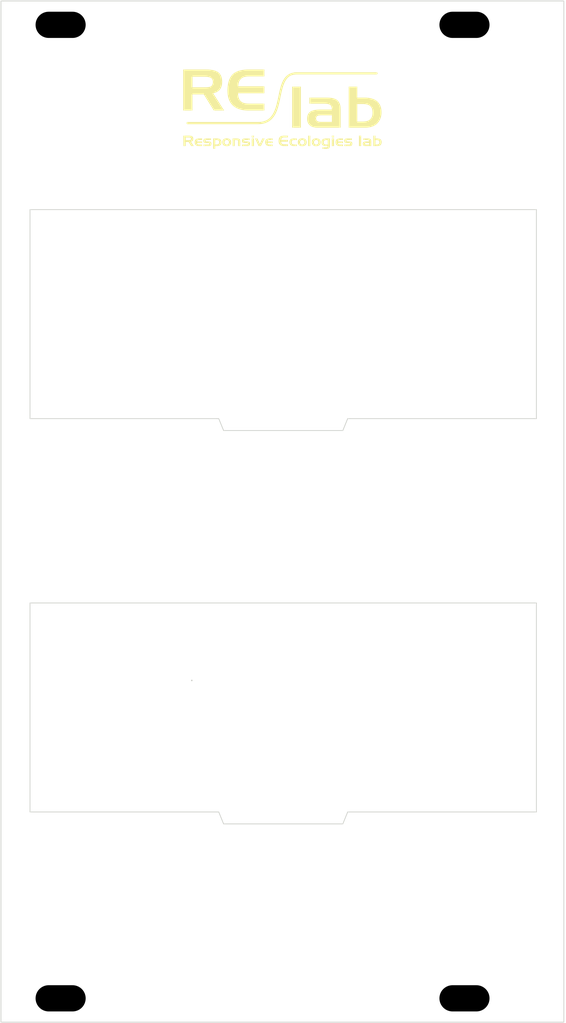
<source format=kicad_pcb>
(kicad_pcb (version 20211014) (generator pcbnew)
  (layers (0 "F.Cu" signal) (31 "B.Cu" signal) (34 "B.Paste" user) (35 "F.Paste" user) (36 "B.SilkS" user "B.Silkscreen") (37 "F.SilkS" user "F.Silkscreen") (38 "B.Mask" user) (39 "F.Mask" user) (44 "Edge.Cuts" user))
  (net 0 "")
  (footprint "" (layer "F.Cu") (at 77.05 93.1)
    (fp_text reference "" (at 0 0) (layer "F.SilkS") (effects (font (size 1.27 1.27))))
    (fp_text value "" (at 0 0) (layer "F.SilkS") (effects (font (size 1.27 1.27))))
    (pad "" np_thru_hole circle (at 0 0) (size 2.5 2.5) (drill 2.5) (layers F&B.Cu *.Mask))
  )
  (footprint "" (layer "F.Cu") (at 139.75 93.1)
    (fp_text reference "" (at 0 0) (layer "F.SilkS") (effects (font (size 1.27 1.27))))
    (fp_text value "" (at 0 0) (layer "F.SilkS") (effects (font (size 1.27 1.27))))
    (pad "" np_thru_hole circle (at 0 0) (size 2.5 2.5) (drill 2.5) (layers F&B.Cu *.Mask))
  )
  (footprint "MyFootprints:HOLE" (layer "F.Cu") (at 80.500585 163.500015)
    (fp_text reference "REF**" hide)
    (fp_text value "HOLE" hide)
    (pad "" np_thru_hole oval (at 0 0) (size 6.3 3.3) (drill oval 6.3 3.3) (layers *.Mask))
  )
  (footprint "" (layer "F.Cu") (at 77.05 142.6)
    (fp_text reference "" (at 0 0) (layer "F.SilkS") (effects (font (size 1.27 1.27))))
    (fp_text value "" (at 0 0) (layer "F.SilkS") (effects (font (size 1.27 1.27))))
    (pad "" np_thru_hole circle (at 0 0) (size 2.5 2.5) (drill 2.5) (layers F&B.Cu *.Mask))
  )
  (footprint "MyFootprints:HOLE" (layer "F.Cu") (at 131.300585 163.500015)
    (fp_text reference "REF**" hide)
    (fp_text value "HOLE" hide)
    (pad "" np_thru_hole oval (at 0 0) (size 6.3 3.3) (drill oval 6.3 3.3) (layers *.Mask))
  )
  (footprint "" (layer "F.Cu") (at 139.75 142.6)
    (fp_text reference "" (at 0 0) (layer "F.SilkS") (effects (font (size 1.27 1.27))))
    (fp_text value "" (at 0 0) (layer "F.SilkS") (effects (font (size 1.27 1.27))))
    (pad "" np_thru_hole circle (at 0 0) (size 2.5 2.5) (drill 2.5) (layers F&B.Cu *.Mask))
  )
  (footprint "" (layer "F.Cu") (at 83.4 111.75)
    (fp_text reference "" (at 0 0) (layer "F.SilkS") (effects (font (size 1.27 1.27))))
    (fp_text value "" (at 0 0) (layer "F.SilkS") (effects (font (size 1.27 1.27))))
    (pad "" np_thru_hole circle (at 56.35 -0.35) (size 2.5 2.5) (drill 2.5) (layers F&B.Cu *.Mask))
  )
  (footprint "" (layer "F.Cu") (at 83.4 62.25)
    (fp_text reference "" (at 0 0) (layer "F.SilkS") (effects (font (size 1.27 1.27))))
    (fp_text value "" (at 0 0) (layer "F.SilkS") (effects (font (size 1.27 1.27))))
    (pad "" np_thru_hole circle (at 56.35 -0.35) (size 2.5 2.5) (drill 2.5) (layers F&B.Cu *.Mask))
  )
  (footprint "" (layer "F.Cu") (at 77.05 61.9)
    (fp_text reference "" (at 0 0) (layer "F.SilkS") (effects (font (size 1.27 1.27))))
    (fp_text value "" (at 0 0) (layer "F.SilkS") (effects (font (size 1.27 1.27))))
    (pad "" np_thru_hole circle (at 0 0) (size 2.5 2.5) (drill 2.5) (layers F&B.Cu *.Mask))
  )
  (footprint "MyFootprints:HOLE" (layer "F.Cu") (at 131.3 41)
    (fp_text reference "REF**" hide)
    (fp_text value "HOLE" hide)
    (pad "" np_thru_hole oval (at 0 0) (size 6.3 3.3) (drill oval 6.3 3.3) (layers *.Mask))
  )
  (footprint "MyFootprints:HOLE" (layer "F.Cu") (at 80.5 41)
    (fp_text reference "REF**" hide)
    (fp_text value "HOLE" hide)
    (pad "" np_thru_hole oval (at 0 0) (size 6.3 3.3) (drill oval 6.3 3.3) (layers *.Mask))
  )
  (footprint "" (layer "F.Cu") (at 77.05 111.4)
    (fp_text reference "" (at 0 0) (layer "F.SilkS") (effects (font (size 1.27 1.27))))
    (fp_text value "" (at 0 0) (layer "F.SilkS") (effects (font (size 1.27 1.27))))
    (pad "" np_thru_hole circle (at 0 0) (size 2.5 2.5) (drill 2.5) (layers F&B.Cu *.Mask))
  )
  (gr_poly (pts (xy 98.297449 55.48926) (xy 97.930469 55.48926) (xy 97.895775 55.489877) (xy 97.879438 55.490648) (xy 97.863775 55.491727) (xy 97.848784 55.493114) (xy 97.834467 55.49481) (xy 97.820823 55.496814) (xy 97.807852 55.499126) (xy 97.795554 55.501747) (xy 97.78393 55.504676) (xy 97.772979 55.507913) (xy 97.762701 55.511459) (xy 97.753096 55.515313) (xy 97.744165 55.519475) (xy 97.735907 55.523945) (xy 97.728322 55.528724) (xy 97.724729 55.531382) (xy 97.72125 55.53417) (xy 97.717884 55.537089) (xy 97.714631 55.540138) (xy 97.711492 55.543319) (xy 97.708466 55.54663) (xy 97.705554 55.550072) (xy 97.702755 55.553645) (xy 97.700071 55.557348) (xy 97.697499 55.561183) (xy 97.695042 55.565149) (xy 97.692698 55.569246) (xy 97.690468 55.573474) (xy 97.688353 55.577833) (xy 97.686351 55.582324) (xy 97.684463 55.586946) (xy 97.681029 55.596584) (xy 97.678052 55.606747) (xy 97.675531 55.617437) (xy 97.673469 55.628653) (xy 97.671863 55.640396) (xy 97.670716 55.652666) (xy 97.670028 55.665465) (xy 97.669798 55.678791) (xy 98.297181 55.678791) (xy 98.297181 55.876107) (xy 97.665771 55.876107) (xy 97.665982 55.889046) (xy 97.666614 55.901487) (xy 97.667668 55.91343) (xy 97.669144 55.924874) (xy 97.671041 55.935817) (xy 97.673359 55.946259) (xy 97.6761 55.956199) (xy 97.679261 55.965637) (xy 97.682844 55.974571) (xy 97.686849 55.983002) (xy 97.691276 55.990927) (xy 97.696124 55.998346) (xy 97.701393 56.005259) (xy 97.707084 56.011665) (xy 97.713197 56.017563) (xy 97.719731 56.022952) (xy 97.726681 56.027973) (xy 97.734442 56.032667) (xy 97.743014 56.037035) (xy 97.752399 56.041077) (xy 97.762595 56.044793) (xy 97.773603 56.048185) (xy 97.785422 56.051251) (xy 97.798053 56.053993) (xy 97.811496 56.05641) (xy 97.82575 56.058504) (xy 97.840816 56.060275) (xy 97.856694 56.061723) (xy 97.873383 56.062849) (xy 97.890885 56.063652) (xy 97.909197 56.064134) (xy 97.928322 56.064295) (xy 98.297181 56.064295) (xy 98.297181 56.256241) (xy 97.892617 56.256241) (xy 97.860538 56.255734) (xy 97.829434 56.254215) (xy 97.799306 56.251682) (xy 97.770155 56.248136) (xy 97.74198 56.243578) (xy 97.714783 56.238006) (xy 97.688563 56.231422) (xy 97.663322 56.223824) (xy 97.639059 56.215214) (xy 97.615774 56.20559) (xy 97.593469 56.194954) (xy 97.572143 56.183304) (xy 97.551797 56.170642) (xy 97.532432 56.156966) (xy 97.514047 56.142278) (xy 97.496644 56.126576) (xy 97.48026 56.110006) (xy 97.464933 56.092713) (xy 97.450662 56.074696) (xy 97.437449 56.055955) (xy 97.425293 56.036491) (xy 97.414194 56.016304) (xy 97.404152 55.995392) (xy 97.395167 55.973757) (xy 97.38724 55.951399) (xy 97.380369 55.928317) (xy 97.374555 55.904511) (xy 97.369798 55.879982) (xy 97.366099 55.85473) (xy 97.363456 55.828753) (xy 97.36187 55.802054) (xy 97.361342 55.77463) (xy 97.3621 55.739603) (xy 97.364375 55.705896) (xy 97.368166 55.67351) (xy 97.373473 55.642445) (xy 97.380296 55.612699) (xy 97.388636 55.584272) (xy 97.398493 55.557164) (xy 97.409865 55.531375) (xy 97.422754 55.506904) (xy 97.43716 55.483751) (xy 97.453082 55.461915) (xy 97.47052 55.441396) (xy 97.489474 55.422194) (xy 97.509945 55.404307) (xy 97.531932 55.387737) (xy 97.555436 55.372482) (xy 97.571666 55.363123) (xy 97.588544 55.354373) (xy 97.60607 55.346232) (xy 97.624245 55.338699) (xy 97.643067 55.331773) (xy 97.662537 55.325453) (xy 97.682656 55.319739) (xy 97.703422 55.31463) (xy 97.724837 55.310125) (xy 97.7469 55.306223) (xy 97.76961 55.302924) (xy 97.792969 55.300226) (xy 97.816976 55.298129) (xy 97.841631 55.296632) (xy 97.866934 55.295735) (xy 97.892885 55.295436) (xy 98.297449 55.295436)) (layer "F.SilkS") (width 0) (fill solid))
  (gr_poly (pts (xy 109.09718 55.165502) (xy 108.601072 55.165502) (xy 108.58084 55.165804) (xy 108.56122 55.16671) (xy 108.542211 55.168219) (xy 108.523815 55.17033) (xy 108.506032 55.173044) (xy 108.488864 55.176361) (xy 108.472311 55.180279) (xy 108.456374 55.184798) (xy 108.441053 55.189918) (xy 108.426349 55.195638) (xy 108.412264 55.201959) (xy 108.398798 55.208879) (xy 108.385952 55.216399) (xy 108.373726 55.224517) (xy 108.362122 55.233234) (xy 108.35114 55.24255) (xy 108.340556 55.25273) (xy 108.330653 55.26354) (xy 108.32143 55.27498) (xy 108.312888 55.28705) (xy 108.305027 55.299751) (xy 108.297848 55.313084) (xy 108.29135 55.327048) (xy 108.285535 55.341643) (xy 108.280402 55.356872) (xy 108.275952 55.372733) (xy 108.272186 55.389226) (xy 108.269104 55.406354) (xy 108.266706 55.424115) (xy 108.264993 55.442511) (xy 108.263965 55.461541) (xy 108.263622 55.481207) (xy 109.097178 55.481207) (xy 109.097178 55.704831) (xy 108.256911 55.704831) (xy 108.257288 55.727277) (xy 108.25842 55.748913) (xy 108.260305 55.769737) (xy 108.262943 55.789751) (xy 108.266332 55.808955) (xy 108.270473 55.82735) (xy 108.275364 55.844934) (xy 108.281005 55.86171) (xy 108.287394 55.877678) (xy 108.294531 55.892837) (xy 108.302416 55.907189) (xy 108.311046 55.920733) (xy 108.320423 55.93347) (xy 108.330544 55.945401) (xy 108.341409 55.956526) (xy 108.353017 55.966844) (xy 108.363471 55.975036) (xy 108.374598 55.9827) (xy 108.386398 55.989835) (xy 108.398869 55.996442) (xy 108.412012 56.00252) (xy 108.425826 56.008069) (xy 108.440311 56.01309) (xy 108.455467 56.017583) (xy 108.471293 56.021546) (xy 108.487788 56.024982) (xy 108.504953 56.027889) (xy 108.522787 56.030267) (xy 108.541289 56.032117) (xy 108.560459 56.033438) (xy 108.580297 56.034231) (xy 108.600803 56.034495) (xy 109.096911 56.034495) (xy 109.096911 56.256241) (xy 108.588724 56.256241) (xy 108.550119 56.255665) (xy 108.512629 56.253939) (xy 108.47625 56.251063) (xy 108.440985 56.247037) (xy 108.406831 56.241864) (xy 108.373789 56.235543) (xy 108.341859 56.228075) (xy 108.311039 56.219462) (xy 108.28133 56.209703) (xy 108.252731 56.1988) (xy 108.225242 56.186753) (xy 108.198862 56.173564) (xy 108.173591 56.159233) (xy 108.149429 56.14376) (xy 108.126374 56.127147) (xy 108.104428 56.109395) (xy 108.081752 56.088766) (xy 108.060536 56.066848) (xy 108.04078 56.043641) (xy 108.022486 56.019143) (xy 108.005652 55.993355) (xy 107.990281 55.966278) (xy 107.976371 55.937911) (xy 107.963924 55.908254) (xy 107.95294 55.877307) (xy 107.943419 55.84507) (xy 107.935362 55.811543) (xy 107.928769 55.776727) (xy 107.92364 55.74062) (xy 107.919977 55.703224) (xy 107.917778 55.664538) (xy 107.917045 55.624562) (xy 107.917753 55.577907) (xy 107.919877 55.532976) (xy 107.923416 55.489768) (xy 107.928371 55.448283) (xy 107.934741 55.40852) (xy 107.942528 55.370479) (xy 107.95173 55.33416) (xy 107.962347 55.299562) (xy 107.974381 55.266685) (xy 107.98783 55.235528) (xy 108.002694 55.206092) (xy 108.018975 55.178375) (xy 108.036671 55.152377) (xy 108.055783 55.128099) (xy 108.07631 55.105539) (xy 108.098254 55.084696) (xy 108.118747 55.06763) (xy 108.140661 55.051664) (xy 108.163998 55.036799) (xy 108.188757 55.023035) (xy 108.214938 55.010373) (xy 108.242541 54.998811) (xy 108.271565 54.988351) (xy 108.302012 54.978992) (xy 108.333881 54.970733) (xy 108.367172 54.963576) (xy 108.401884 54.95752) (xy 108.438019 54.952565) (xy 108.475576 54.948712) (xy 108.514554 54.945959) (xy 108.554955 54.944307) (xy 108.596777 54.943757) (xy 109.09718 54.943757)) (layer "F.SilkS") (width 0) (fill solid))
  (gr_poly (pts (xy 117.139058 55.48899) (xy 116.601073 55.48899) (xy 116.582886 55.489321) (xy 116.565875 55.490312) (xy 116.55004 55.491963) (xy 116.535381 55.494276) (xy 116.521896 55.497249) (xy 116.509586 55.500882) (xy 116.49845 55.505176) (xy 116.488488 55.510131) (xy 116.4797 55.515747) (xy 116.475746 55.518803) (xy 116.472085 55.522023) (xy 116.468717 55.525409) (xy 116.465642 55.52896) (xy 116.46286 55.532676) (xy 116.460371 55.536558) (xy 116.458176 55.540604) (xy 116.456273 55.544816) (xy 116.454663 55.549193) (xy 116.453346 55.553735) (xy 116.452321 55.558442) (xy 116.45159 55.563314) (xy 116.451151 55.568352) (xy 116.451005 55.573555) (xy 116.451482 55.575808) (xy 116.451907 55.577943) (xy 116.452274 55.579963) (xy 116.452582 55.581877) (xy 116.452827 55.58369) (xy 116.453005 55.585409) (xy 116.453115 55.58704) (xy 116.453152 55.588588) (xy 116.453772 55.593791) (xy 116.454625 55.598828) (xy 116.45571 55.603701) (xy 116.457028 55.608408) (xy 116.458579 55.61295) (xy 116.460363 55.617327) (xy 116.462379 55.621538) (xy 116.464629 55.625585) (xy 116.467111 55.629466) (xy 116.469826 55.633182) (xy 116.472774 55.636733) (xy 116.475954 55.640119) (xy 116.479368 55.64334) (xy 116.483014 55.646395) (xy 116.486893 55.649286) (xy 116.491005 55.652011) (xy 116.495349 55.654571) (xy 116.499927 55.656966) (xy 116.504737 55.659195) (xy 116.50978 55.66126) (xy 116.515056 55.663159) (xy 116.520564 55.664894) (xy 116.526306 55.666463) (xy 116.53228 55.667866) (xy 116.538487 55.669105) (xy 116.544926 55.670179) (xy 116.551599 55.671087) (xy 116.558504 55.67183) (xy 116.565643 55.672408) (xy 116.573013 55.672821) (xy 116.580617 55.673069) (xy 116.588454 55.673152) (xy 116.845099 55.673152) (xy 116.864346 55.673344) (xy 116.883027 55.673919) (xy 116.90114 55.674879) (xy 116.918686 55.676222) (xy 116.935664 55.677949) (xy 116.952073 55.68006) (xy 116.967914 55.682555) (xy 116.983186 55.685433) (xy 116.997889 55.688696) (xy 117.012021 55.692342) (xy 117.025584 55.696372) (xy 117.038576 55.700785) (xy 117.050997 55.705583) (xy 117.062846 55.710764) (xy 117.074124 55.716329) (xy 117.08483 55.722278) (xy 117.091618 55.726466) (xy 117.098191 55.730823) (xy 117.104548 55.73535) (xy 117.11069 55.740046) (xy 117.116616 55.744913) (xy 117.122327 55.749949) (xy 117.127822 55.755154) (xy 117.133102 55.76053) (xy 117.138166 55.766074) (xy 117.143015 55.771788) (xy 117.147648 55.777672) (xy 117.152066 55.783724) (xy 117.156268 55.789946) (xy 117.160255 55.796338) (xy 117.164026 55.802898) (xy 117.167582 55.809628) (xy 117.170922 55.816527) (xy 117.174047 55.823594) (xy 117.176956 55.830831) (xy 117.17965 55.838237) (xy 117.182128 55.845811) (xy 117.184391 55.853555) (xy 117.186438 55.861467) (xy 117.18827 55.869548) (xy 117.189886 55.877798) (xy 117.191287 55.886216) (xy 117.192472 55.894803) (xy 117.193442 55.903559) (xy 117.194735 55.921575) (xy 117.195166 55.940265) (xy 117.195166 55.940266) (xy 117.194874 55.958104) (xy 117.193996 55.975475) (xy 117.192533 55.992379) (xy 117.190485 56.008815) (xy 117.187852 56.024782) (xy 117.184633 56.04028) (xy 117.18083 56.055307) (xy 117.176441 56.069863) (xy 117.171467 56.083948) (xy 117.165908 56.09756) (xy 117.159764 56.110698) (xy 117.153035 56.123362) (xy 117.14572 56.135551) (xy 117.137821 56.147264) (xy 117.129336 56.158501) (xy 117.120266 56.16926) (xy 117.110376 56.179789) (xy 117.100032 56.189634) (xy 117.089234 56.198794) (xy 117.077981 56.207271) (xy 117.066274 56.215065) (xy 117.054113 56.222178) (xy 117.041495 56.228609) (xy 117.028422 56.23436) (xy 117.014893 56.239431) (xy 117.000907 56.243824) (xy 116.986464 56.247539) (xy 116.971564 56.250576) (xy 116.956206 56.252938) (xy 116.94039 56.254623) (xy 116.924115 56.255634) (xy 116.907382 56.255971) (xy 116.192482 56.255971) (xy 116.192482 56.064026) (xy 116.778254 56.064026) (xy 116.796686 56.063629) (xy 116.813929 56.06244) (xy 116.829983 56.060458) (xy 116.844848 56.057683) (xy 116.858524 56.054116) (xy 116.87101 56.049755) (xy 116.882308 56.044602) (xy 116.88751 56.041728) (xy 116.892416 56.038656) (xy 116.897024 56.035386) (xy 116.901335 56.031918) (xy 116.905348 56.028251) (xy 116.909064 56.024386) (xy 116.912483 56.020323) (xy 116.915605 56.016062) (xy 116.918429 56.011602) (xy 116.920956 56.006945) (xy 116.923186 56.002089) (xy 116.925119 55.997035) (xy 116.926754 55.991783) (xy 116.928092 55.986332) (xy 116.929132 55.980684) (xy 116.929875 55.974837) (xy 116.930321 55.968792) (xy 116.93047 55.962549) (xy 116.930321 55.956317) (xy 116.929875 55.950303) (xy 116.929132 55.944507) (xy 116.928092 55.938927) (xy 116.926754 55.933562) (xy 116.925118 55.92841) (xy 116.923186 55.92347) (xy 116.920956 55.91874) (xy 116.918429 55.91422) (xy 116.915605 55.909907) (xy 116.912483 55.905801) (xy 116.909064 55.901901) (xy 116.905348 55.898203) (xy 116.901334 55.894709) (xy 116.897023 55.891415) (xy 116.892415 55.88832) (xy 116.88751 55.885424) (xy 116.882307 55.882725) (xy 116.876807 55.880221) (xy 116.87101 55.877911) (xy 116.864915 55.875794) (xy 116.858523 55.873868) (xy 116.851834 55.872132) (xy 116.844847 55.870585) (xy 116.837564 55.869225) (xy 116.829983 55.86805) (xy 116.822104 55.867061) (xy 116.813929 55.866254) (xy 116.805456 55.865629) (xy 116.796686 55.865184) (xy 116.778254 55.86483) (xy 116.534497 55.86483) (xy 116.517423 55.86569) (xy 116.502012 55.866273) (xy 116.488213 55.866605) (xy 116.475974 55.866709) (xy 116.460785 55.866555) (xy 116.446023 55.866093) (xy 116.431689 55.865322) (xy 116.417781 55.864243) (xy 116.4043 55.862856) (xy 116.391244 55.86116) (xy 116.378614 55.859156) (xy 116.366409 55.856844) (xy 116.354629 55.854223) (xy 116.343273 55.851294) (xy 116.332341 55.848057) (xy 116.321832 55.844512) (xy 116.311747 55.840658) (xy 116.302084 55.836496) (xy 116.292844 55.832025) (xy 116.284026 55.827246) (xy 116.277237 55.823148) (xy 116.270665 55.818856) (xy 116.264307 55.81437) (xy 116.258166 55.809691) (xy 116.25224 55.804817) (xy 116.246529 55.79975) (xy 116.241034 55.794489) (xy 116.235754 55.789033) (xy 116.23069 55.783384) (xy 116.225841 55.777539) (xy 116.221208 55.771501) (xy 116.21679 55.765268) (xy 116.212587 55.75884) (xy 116.208601 55.752217) (xy 116.204829 55.7454) (xy 116.201274 55.738387) (xy 116.197933 55.73118) (xy 116.194809 55.723777) (xy 116.191899 55.71618) (xy 116.189206 55.708386) (xy 116.186727 55.700398) (xy 116.184465 55.692214) (xy 116.182417 55.683834) (xy 116.180585 55.675258) (xy 116.178969 55.666487) (xy 116.177568 55.65752) (xy 116.175413 55.638997) (xy 116.17412 55.619689) (xy 116.173689 55.599596) (xy 116.17405 55.580866) (xy 116.17513 55.562731) (xy 116.176931 55.545191) (xy 116.179453 55.528245) (xy 116.182695 55.511894) (xy 116.186657 55.496137) (xy 116.19134 55.480975) (xy 116.196743 55.466408) (xy 116.202867 55.452435) (xy 116.209711 55.439056) (xy 116.217275 55.426273) (xy 116.22556 55.414084) (xy 116.234566 55.402489) (xy 116.244292 55.391489) (xy 116.254738 55.381084) (xy 116.265904 55.371273) (xy 116.277792 55.362057) (xy 116.290399 55.353435) (xy 116.303727 55.345409) (xy 116.317775 55.337976) (xy 116.332544 55.331138) (xy 116.348033 55.324895) (xy 116.364243 55.319247) (xy 116.381173 55.314193) (xy 116.398824 55.309733) (xy 116.417195 55.305868) (xy 116.436286 55.302598) (xy 116.456098 55.299922) (xy 116.47663 55.297841) (xy 116.497883 55.296355) (xy 116.519856 55.295463) (xy 116.54255 55.295166) (xy 117.139058 55.295166)) (layer "F.SilkS") (width 0) (fill solid))
  (gr_poly (pts (xy 100.243097 55.295367) (xy 100.270712 55.296773) (xy 100.297609 55.299118) (xy 100.323787 55.302402) (xy 100.349246 55.306624) (xy 100.373987 55.311787) (xy 100.398007 55.317889) (xy 100.421308 55.324931) (xy 100.443888 55.332914) (xy 100.465747 55.341838) (xy 100.486886 55.351703) (xy 100.507302 55.362511) (xy 100.526997 55.37426) (xy 100.545969 55.386953) (xy 100.564218 55.400588) (xy 100.581744 55.415167) (xy 100.599689 55.431856) (xy 100.616476 55.449407) (xy 100.632105 55.46782) (xy 100.646576 55.487096) (xy 100.65989 55.507233) (xy 100.672046 55.528232) (xy 100.683044 55.550094) (xy 100.692885 55.572817) (xy 100.701568 55.596402) (xy 100.709093 55.620849) (xy 100.715461 55.646159) (xy 100.72067 55.67233) (xy 100.724723 55.699363) (xy 100.727617 55.727258) (xy 100.729353 55.756015) (xy 100.729932 55.785635) (xy 100.729798 55.785769) (xy 100.729664 55.785905) (xy 100.729142 55.814171) (xy 100.727576 55.841587) (xy 100.724967 55.868152) (xy 100.721317 55.893865) (xy 100.716624 55.918726) (xy 100.710892 55.942734) (xy 100.704119 55.965887) (xy 100.696308 55.988186) (xy 100.687459 56.009628) (xy 100.677572 56.030215) (xy 100.666648 56.049944) (xy 100.654689 56.068815) (xy 100.641695 56.086827) (xy 100.627666 56.103979) (xy 100.612604 56.120271) (xy 100.596509 56.135702) (xy 100.579336 56.15028) (xy 100.561136 56.163916) (xy 100.541909 56.176608) (xy 100.521656 56.188357) (xy 100.500376 56.199165) (xy 100.478068 56.20903) (xy 100.454733 56.217954) (xy 100.430368 56.225937) (xy 100.404976 56.232979) (xy 100.378554 56.239081) (xy 100.351102 56.244244) (xy 100.322621 56.248466) (xy 100.293109 56.25175) (xy 100.262567 56.254095) (xy 100.230993 56.255502) (xy 100.198388 56.255971) (xy 99.950067 56.255971) (xy 99.950067 56.60389) (xy 99.681342 56.60389) (xy 99.681342 56.056777) (xy 99.951945 56.056777) (xy 100.058254 56.056777) (xy 100.086618 56.056475) (xy 100.113825 56.055569) (xy 100.139873 56.05406) (xy 100.164764 56.051949) (xy 100.188497 56.049234) (xy 100.211073 56.045918) (xy 100.232491 56.042) (xy 100.252751 56.037481) (xy 100.271853 56.032361) (xy 100.289798 56.026641) (xy 100.306585 56.02032) (xy 100.322214 56.0134) (xy 100.336685 56.00588) (xy 100.349999 55.997762) (xy 100.362155 55.989045) (xy 100.373154 55.979729) (xy 100.381446 55.971358) (xy 100.38921 55.96235) (xy 100.396443 55.952705) (xy 100.403145 55.942422) (xy 100.409316 55.931501) (xy 100.414954 55.91994) (xy 100.420059 55.907739) (xy 100.42463 55.894897) (xy 100.428666 55.881413) (xy 100.432167 55.867287) (xy 100.435131 55.852517) (xy 100.437558 55.837104) (xy 100.439447 55.821045) (xy 100.440797 55.80434) (xy 100.441608 55.786989) (xy 100.441878 55.768991) (xy 100.442147 55.768991) (xy 100.441952 55.752377) (xy 100.441367 55.736362) (xy 100.440392 55.720945) (xy 100.439026 55.706126) (xy 100.437271 55.691907) (xy 100.435125 55.678288) (xy 100.43259 55.665269) (xy 100.429664 55.65285) (xy 100.426348 55.641033) (xy 100.422642 55.629816) (xy 100.418546 55.619201) (xy 100.41406 55.609188) (xy 100.409183 55.599778) (xy 100.403917 55.590971) (xy 100.39826 55.582766) (xy 100.392214 55.575165) (xy 100.387765 55.57031) (xy 100.383078 55.565608) (xy 100.378152 55.561061) (xy 100.372986 55.556667) (xy 100.367582 55.552428) (xy 100.361939 55.548343) (xy 100.349936 55.540635) (xy 100.336979 55.533544) (xy 100.323067 55.52707) (xy 100.308201 55.521212) (xy 100.292382 55.515971) (xy 100.275609 55.511346) (xy 100.257883 55.507338) (xy 100.239205 55.503947) (xy 100.219575 55.501172) (xy 100.198994 55.499014) (xy 100.177461 55.497473) (xy 100.154977 55.496548) (xy 100.131543 55.496239) (xy 99.951945 55.496239) (xy 99.951945 56.056777) (xy 99.681342 56.056777) (xy 99.681342 55.294898) (xy 100.214764 55.294898)) (layer "F.SilkS") (width 0) (fill solid))
  (gr_poly (pts (xy 101.423546 55.27701) (xy 101.449103 55.278113) (xy 101.474009 55.279953) (xy 101.498287 55.282527) (xy 101.521962 55.285835) (xy 101.545055 55.289878) (xy 101.567592 55.294655) (xy 101.589596 55.300165) (xy 101.61109 55.306409) (xy 101.632098 55.313384) (xy 101.652644 55.321093) (xy 101.672751 55.329532) (xy 101.692442 55.338704) (xy 101.711742 55.348606) (xy 101.730673 55.359239) (xy 101.74926 55.370602) (xy 101.76197 55.378945) (xy 101.774277 55.387565) (xy 101.786181 55.396462) (xy 101.797683 55.405635) (xy 101.808781 55.415085) (xy 101.819477 55.424812) (xy 101.829769 55.434815) (xy 101.839659 55.445095) (xy 101.849145 55.455651) (xy 101.858229 55.466483) (xy 101.866909 55.477592) (xy 101.875186 55.488977) (xy 101.88306 55.500639) (xy 101.89053 55.512576) (xy 101.897597 55.52479) (xy 101.90426 55.53728) (xy 101.91052 55.550046) (xy 101.916377 55.563088) (xy 101.92183 55.576406) (xy 101.926879 55.589999) (xy 101.931525 55.603869) (xy 101.935767 55.618015) (xy 101.939605 55.632436) (xy 101.94304 55.647133) (xy 101.94607 55.662105) (xy 101.948697 55.677354) (xy 101.952738 55.708677) (xy 101.955163 55.741102) (xy 101.955972 55.774628) (xy 101.955704 55.774629) (xy 101.955119 55.802953) (xy 101.953363 55.83054) (xy 101.950436 55.857392) (xy 101.946338 55.88351) (xy 101.941067 55.908892) (xy 101.934624 55.93354) (xy 101.927009 55.957455) (xy 101.918221 55.980636) (xy 101.908259 56.003084) (xy 101.897123 56.0248) (xy 101.884814 56.045783) (xy 101.871329 56.066035) (xy 101.85667 56.085555) (xy 101.840835 56.104344) (xy 101.823824 56.122402) (xy 101.805637 56.13973) (xy 101.786205 56.156357) (xy 101.76596 56.171908) (xy 101.744904 56.186383) (xy 101.723037 56.199784) (xy 101.700357 56.212111) (xy 101.676866 56.223364) (xy 101.652563 56.233543) (xy 101.627449 56.242649) (xy 101.601523 56.250683) (xy 101.574785 56.257644) (xy 101.547236 56.263533) (xy 101.518875 56.26835) (xy 101.489702 56.272096) (xy 101.459718 56.274772) (xy 101.428922 56.276377) (xy 101.397315 56.276911) (xy 101.365731 56.276389) (xy 101.335003 56.274823) (xy 101.305125 56.272213) (xy 101.27609 56.26856) (xy 101.247892 56.263864) (xy 101.220524 56.258125) (xy 101.19398 56.251344) (xy 101.168254 56.243522) (xy 101.14334 56.234658) (xy 101.119232 56.224753) (xy 101.095922 56.213808) (xy 101.073405 56.201823) (xy 101.051675 56.188798) (xy 101.030725 56.174733) (xy 101.010548 56.15963) (xy 100.99114 56.143488) (xy 100.972708 56.12638) (xy 100.955465 56.108479) (xy 100.939411 56.089786) (xy 100.924546 56.0703) (xy 100.91087 56.050021) (xy 100.898384 56.028949) (xy 100.887087 56.007085) (xy 100.876979 55.984427) (xy 100.86806 55.960977) (xy 100.86033 55.936735) (xy 100.85379 55.911699) (xy 100.848439 55.885871) (xy 100.844277 55.85925) (xy 100.841304 55.831836) (xy 100.83952 55.803629) (xy 100.839008 55.778657) (xy 101.122148 55.778657) (xy 101.122424 55.792889) (xy 101.123254 55.806894) (xy 101.124637 55.820671) (xy 101.126573 55.834219) (xy 101.12906 55.847537) (xy 101.1321 55.860625) (xy 101.13569 55.873482) (xy 101.139832 55.886106) (xy 101.144524 55.898498) (xy 101.149766 55.910657) (xy 101.155558 55.922581) (xy 101.1619 55.934269) (xy 101.16879 55.945722) (xy 101.176229 55.956938) (xy 101.184216 55.967917) (xy 101.192751 55.978657) (xy 101.20279 55.990216) (xy 101.213175 56.001031) (xy 101.223906 56.011103) (xy 101.234983 56.020431) (xy 101.246406 56.029016) (xy 101.258175 56.036856) (xy 101.27029 56.043951) (xy 101.282752 56.050301) (xy 101.295559 56.055905) (xy 101.308712 56.060764) (xy 101.322211 56.064876) (xy 101.336057 56.068241) (xy 101.350248 56.070859) (xy 101.364786 56.07273) (xy 101.379669 56.073853) (xy 101.394899 56.074227) (xy 101.410177 56.073868) (xy 101.425197 56.072792) (xy 101.439948 56.070999) (xy 101.454417 56.068489) (xy 101.468591 56.065261) (xy 101.482459 56.061316) (xy 101.496009 56.056654) (xy 101.509228 56.051274) (xy 101.522104 56.045177) (xy 101.534625 56.038363) (xy 101.546778 56.030832) (xy 101.558553 56.022583) (xy 101.569935 56.013617) (xy 101.580913 56.003934) (xy 101.591476 55.993533) (xy 101.60161 55.982415) (xy 101.610189 55.971945) (xy 101.61821 55.961174) (xy 101.625671 55.950101) (xy 101.632575 55.938728) (xy 101.638922 55.927054) (xy 101.644713 55.91508) (xy 101.649949 55.902807) (xy 101.654631 55.890234) (xy 101.658758 55.877362) (xy 101.662333 55.864192) (xy 101.665356 55.850724) (xy 101.667827 55.836958) (xy 101.669748 55.822895) (xy 101.671119 55.808535) (xy 101.671941 55.793878) (xy 101.672214 55.778926) (xy 101.672214 55.778656) (xy 101.671947 55.762882) (xy 101.671144 55.747473) (xy 101.669806 55.732429) (xy 101.667931 55.717749) (xy 101.665521 55.703435) (xy 101.662573 55.689486) (xy 101.659089 55.675902) (xy 101.655066 55.662682) (xy 101.650506 55.649828) (xy 101.645408 55.637339) (xy 101.639771 55.625214) (xy 101.633594 55.613454) (xy 101.626878 55.60206) (xy 101.619622 55.59103) (xy 101.611826 55.580365) (xy 101.603489 55.570065) (xy 101.593866 55.559337) (xy 101.583821 55.549302) (xy 101.573354 55.539958) (xy 101.562466 55.531307) (xy 101.551156 55.523348) (xy 101.539425 55.516081) (xy 101.527272 55.509506) (xy 101.514698 55.503623) (xy 101.501702 55.498432) (xy 101.488284 55.493933) (xy 101.474445 55.490127) (xy 101.460184 55.487012) (xy 101.445502 55.48459) (xy 101.430398 55.48286) (xy 101.414873 55.481822) (xy 101.398926 55.481476) (xy 101.386279 55.481749) (xy 101.373808 55.48257) (xy 101.361514 55.483937) (xy 101.349396 55.48585) (xy 101.337454 55.48831) (xy 101.325688 55.491314) (xy 101.314098 55.494864) (xy 101.302684 55.498959) (xy 101.291447 55.503597) (xy 101.280386 55.50878) (xy 101.269501 55.514506) (xy 101.258792 55.520775) (xy 101.248259 55.527587) (xy 101.237903 55.534941) (xy 101.227722 55.542837) (xy 101.217718 55.551274) (xy 101.206116 55.561838) (xy 101.195267 55.572892) (xy 101.185172 55.584435) (xy 101.17583 55.596467) (xy 101.16724 55.608986) (xy 101.159401 55.621993) (xy 101.152312 55.635485) (xy 101.145973 55.649462) (xy 101.140382 55.663924) (xy 101.13554 55.67887) (xy 101.131444 55.694298) (xy 101.128095 55.710209) (xy 101.125492 55.726601) (xy 101.123633 55.743473) (xy 101.122519 55.760825) (xy 101.122148 55.778657) (xy 100.839008 55.778657) (xy 100.838925 55.774629) (xy 100.839715 55.740002) (xy 100.842084 55.706589) (xy 100.846034 55.674391) (xy 100.851564 55.643409) (xy 100.858674 55.613642) (xy 100.867366 55.585092) (xy 100.87764 55.557759) (xy 100.889496 55.531642) (xy 100.902934 55.506744) (xy 100.917955 55.483063) (xy 100.934559 55.4606) (xy 100.952747 55.439356) (xy 100.972518 55.419331) (xy 100.993874 55.400526) (xy 101.016815 55.38294) (xy 101.041341 55.366575) (xy 101.059531 55.355699) (xy 101.078262 55.345523) (xy 101.097535 55.336045) (xy 101.117348 55.327267) (xy 101.137702 55.319189) (xy 101.158598 55.311811) (xy 101.180034 55.305134) (xy 101.202012 55.299158) (xy 101.224531 55.293884) (xy 101.247591 55.289312) (xy 101.271192 55.285442) (xy 101.295334 55.282275) (xy 101.320018 55.279811) (xy 101.345242 55.27805) (xy 101.371008 55.276994) (xy 101.397314 55.276642)) (layer "F.SilkS") (width 0) (fill solid))
  (gr_poly (pts (xy 104.819865 56.255971) (xy 104.538523 56.255971) (xy 104.538523 55.295166) (xy 104.819865 55.295166)) (layer "F.SilkS") (width 0) (fill solid))
  (gr_poly (pts (xy 112.673791 55.27701) (xy 112.699381 55.278113) (xy 112.724309 55.279953) (xy 112.748601 55.282527) (xy 112.772281 55.285835) (xy 112.795374 55.289878) (xy 112.817904 55.294655) (xy 112.839897 55.300165) (xy 112.861377 55.306409) (xy 112.882369 55.313384) (xy 112.902898 55.321093) (xy 112.922988 55.329532) (xy 112.942665 55.338704) (xy 112.961953 55.348606) (xy 112.980876 55.359239) (xy 112.999461 55.370602) (xy 113.01217 55.378945) (xy 113.024474 55.387565) (xy 113.036375 55.396462) (xy 113.047872 55.405635) (xy 113.058964 55.415085) (xy 113.069652 55.424812) (xy 113.079937 55.434815) (xy 113.089817 55.445095) (xy 113.099294 55.455651) (xy 113.108367 55.466483) (xy 113.117036 55.477592) (xy 113.125301 55.488977) (xy 113.133163 55.500639) (xy 113.140621 55.512576) (xy 113.147676 55.52479) (xy 113.154327 55.53728) (xy 113.160574 55.550046) (xy 113.166419 55.563088) (xy 113.171859 55.576406) (xy 113.176897 55.589999) (xy 113.181531 55.603869) (xy 113.185762 55.618015) (xy 113.18959 55.632436) (xy 113.193014 55.647133) (xy 113.196036 55.662105) (xy 113.198654 55.677354) (xy 113.202682 55.708677) (xy 113.205099 55.741102) (xy 113.205904 55.774628) (xy 113.205636 55.774629) (xy 113.20505 55.802953) (xy 113.203294 55.83054) (xy 113.200367 55.857392) (xy 113.196269 55.88351) (xy 113.190999 55.908892) (xy 113.184556 55.93354) (xy 113.176941 55.957455) (xy 113.168153 55.980636) (xy 113.158191 56.003084) (xy 113.147055 56.0248) (xy 113.134745 56.045783) (xy 113.121261 56.066035) (xy 113.106602 56.085555) (xy 113.090767 56.104344) (xy 113.073756 56.122402) (xy 113.055569 56.13973) (xy 113.036136 56.156357) (xy 113.015892 56.171908) (xy 112.994835 56.186383) (xy 112.972968 56.199784) (xy 112.950288 56.212111) (xy 112.926797 56.223364) (xy 112.902495 56.233543) (xy 112.877381 56.242649) (xy 112.851455 56.250683) (xy 112.824717 56.257644) (xy 112.797168 56.263533) (xy 112.768807 56.26835) (xy 112.739634 56.272096) (xy 112.70965 56.274772) (xy 112.678854 56.276377) (xy 112.647246 56.276911) (xy 112.615662 56.276389) (xy 112.584935 56.274823) (xy 112.555056 56.272213) (xy 112.526021 56.26856) (xy 112.497823 56.263864) (xy 112.470455 56.258125) (xy 112.443912 56.251344) (xy 112.418186 56.243522) (xy 112.393272 56.234658) (xy 112.369163 56.224753) (xy 112.345854 56.213808) (xy 112.323337 56.201823) (xy 112.301607 56.188798) (xy 112.280657 56.174733) (xy 112.260481 56.15963) (xy 112.241072 56.143488) (xy 112.22264 56.12638) (xy 112.205396 56.108479) (xy 112.189342 56.089786) (xy 112.174477 56.0703) (xy 112.160801 56.050021) (xy 112.148315 56.028949) (xy 112.137018 56.007085) (xy 112.12691 55.984427) (xy 112.117991 55.960977) (xy 112.110261 55.936735) (xy 112.103721 55.911699) (xy 112.09837 55.885871) (xy 112.094207 55.85925) (xy 112.091235 55.831836) (xy 112.089451 55.803629) (xy 112.088939 55.778657) (xy 112.37208 55.778657) (xy 112.372357 55.792889) (xy 112.373187 55.806894) (xy 112.37457 55.820671) (xy 112.376506 55.834219) (xy 112.378993 55.847537) (xy 112.382033 55.860625) (xy 112.385623 55.873482) (xy 112.389765 55.886106) (xy 112.394457 55.898498) (xy 112.3997 55.910657) (xy 112.405492 55.922581) (xy 112.411833 55.934269) (xy 112.418723 55.945722) (xy 112.426162 55.956938) (xy 112.43415 55.967917) (xy 112.442685 55.978657) (xy 112.452724 55.990216) (xy 112.463108 56.001031) (xy 112.473839 56.011103) (xy 112.484916 56.020431) (xy 112.496339 56.029016) (xy 112.508108 56.036856) (xy 112.520223 56.043951) (xy 112.532685 56.050301) (xy 112.545492 56.055905) (xy 112.558645 56.060764) (xy 112.572144 56.064876) (xy 112.58599 56.068241) (xy 112.600182 56.070859) (xy 112.614719 56.07273) (xy 112.629603 56.073853) (xy 112.644833 56.074227) (xy 112.660108 56.073868) (xy 112.67512 56.072792) (xy 112.689859 56.070999) (xy 112.704313 56.068489) (xy 112.718471 56.065261) (xy 112.732322 56.061316) (xy 112.745856 56.056654) (xy 112.75906 56.051274) (xy 112.771925 56.045177) (xy 112.78444 56.038363) (xy 112.796592 56.030832) (xy 112.808372 56.022583) (xy 112.819768 56.013617) (xy 112.83077 56.003934) (xy 112.841365 55.993533) (xy 112.851544 55.982415) (xy 112.860126 55.971945) (xy 112.868155 55.961174) (xy 112.87563 55.950101) (xy 112.882551 55.938728) (xy 112.888918 55.927054) (xy 112.894732 55.91508) (xy 112.899992 55.902807) (xy 112.904699 55.890234) (xy 112.908852 55.877362) (xy 112.912451 55.864192) (xy 112.915496 55.850724) (xy 112.917988 55.836958) (xy 112.919926 55.822895) (xy 112.92131 55.808535) (xy 112.92214 55.793878) (xy 112.922417 55.778926) (xy 112.922146 55.778656) (xy 112.921879 55.762882) (xy 112.921076 55.747473) (xy 112.919738 55.732429) (xy 112.917864 55.717749) (xy 112.915453 55.703435) (xy 112.912506 55.689486) (xy 112.909021 55.675902) (xy 112.904999 55.662682) (xy 112.900439 55.649828) (xy 112.895341 55.637339) (xy 112.889704 55.625214) (xy 112.883527 55.613454) (xy 112.876811 55.60206) (xy 112.869556 55.59103) (xy 112.86176 55.580365) (xy 112.853423 55.570065) (xy 112.843799 55.559337) (xy 112.833754 55.549302) (xy 112.823287 55.539958) (xy 112.812399 55.531307) (xy 112.801089 55.523348) (xy 112.789358 55.516081) (xy 112.777205 55.509506) (xy 112.764631 55.503623) (xy 112.751634 55.498432) (xy 112.738217 55.493933) (xy 112.724378 55.490127) (xy 112.710117 55.487012) (xy 112.695434 55.48459) (xy 112.68033 55.48286) (xy 112.664805 55.481822) (xy 112.648858 55.481476) (xy 112.636211 55.481749) (xy 112.62374 55.48257) (xy 112.611446 55.483937) (xy 112.599328 55.48585) (xy 112.587386 55.48831) (xy 112.57562 55.491314) (xy 112.56403 55.494864) (xy 112.552617 55.498959) (xy 112.541379 55.503597) (xy 112.530318 55.50878) (xy 112.519433 55.514506) (xy 112.508724 55.520775) (xy 112.498191 55.527587) (xy 112.487835 55.534941) (xy 112.477654 55.542837) (xy 112.46765 55.551274) (xy 112.456048 55.561838) (xy 112.445199 55.572892) (xy 112.435105 55.584435) (xy 112.425763 55.596467) (xy 112.417172 55.608986) (xy 112.409333 55.621993) (xy 112.402245 55.635485) (xy 112.395905 55.649462) (xy 112.390315 55.663924) (xy 112.385473 55.67887) (xy 112.381377 55.694298) (xy 112.378028 55.710209) (xy 112.375425 55.726601) (xy 112.373566 55.743473) (xy 112.372452 55.760825) (xy 112.37208 55.778657) (xy 112.088939 55.778657) (xy 112.088856 55.774629) (xy 112.089646 55.740002) (xy 112.092015 55.706589) (xy 112.095965 55.674391) (xy 112.101495 55.643409) (xy 112.108606 55.613642) (xy 112.117298 55.585092) (xy 112.127572 55.557759) (xy 112.139428 55.531642) (xy 112.152866 55.506744) (xy 112.167887 55.483063) (xy 112.184491 55.4606) (xy 112.202679 55.439356) (xy 112.222451 55.419331) (xy 112.243807 55.400526) (xy 112.266748 55.38294) (xy 112.291274 55.366575) (xy 112.309464 55.355699) (xy 112.328195 55.345523) (xy 112.347468 55.336045) (xy 112.367284 55.327267) (xy 112.387642 55.319189) (xy 112.408544 55.311811) (xy 112.429989 55.305134) (xy 112.451978 55.299158) (xy 112.474511 55.293884) (xy 112.497589 55.289312) (xy 112.521211 55.285442) (xy 112.54538 55.282275) (xy 112.570094 55.279811) (xy 112.595354 55.27805) (xy 112.621161 55.276994) (xy 112.647515 55.276642)) (layer "F.SilkS") (width 0) (fill solid))
  (gr_poly (pts (xy 114.89396 56.255971) (xy 114.612618 56.255971) (xy 114.612618 55.295166) (xy 114.89396 55.295166)) (layer "F.SilkS") (width 0) (fill solid))
  (gr_poly (pts (xy 114.372345 56.222145) (xy 114.372616 56.222145) (xy 114.372251 56.245535) (xy 114.371156 56.26819) (xy 114.36933 56.29011) (xy 114.366774 56.311294) (xy 114.363486 56.331744) (xy 114.359466 56.351459) (xy 114.354713 56.370441) (xy 114.349229 56.388689) (xy 114.343011 56.406205) (xy 114.33606 56.422987) (xy 114.328374 56.439038) (xy 114.319955 56.454356) (xy 114.310801 56.468944) (xy 114.300912 56.4828) (xy 114.290288 56.495925) (xy 114.278927 56.50832) (xy 114.266745 56.519926) (xy 114.253657 56.530783) (xy 114.239661 56.540891) (xy 114.224757 56.55025) (xy 114.208943 56.55886) (xy 114.19222 56.566722) (xy 114.174586 56.573835) (xy 114.15604 56.580199) (xy 114.136583 56.585815) (xy 114.116212 56.590682) (xy 114.094927 56.5948) (xy 114.072727 56.598169) (xy 114.049612 56.60079) (xy 114.02558 56.602662) (xy 114.000631 56.603785) (xy 113.974764 56.604159) (xy 113.428994 56.604159) (xy 113.428994 56.414093) (xy 113.92483 56.414093) (xy 113.945458 56.413482) (xy 113.964758 56.411651) (xy 113.97391 56.410278) (xy 113.98273 56.4086) (xy 113.991218 56.406616) (xy 113.999373 56.404328) (xy 114.007196 56.401734) (xy 114.014687 56.398835) (xy 114.021846 56.39563) (xy 114.028671 56.392121) (xy 114.035165 56.388307) (xy 114.041326 56.384187) (xy 114.047154 56.379762) (xy 114.05265 56.375032) (xy 114.057813 56.369997) (xy 114.062643 56.364656) (xy 114.06714 56.359011) (xy 114.071305 56.35306) (xy 114.075137 56.346805) (xy 114.078636 56.340244) (xy 114.081801 56.333378) (xy 114.084634 56.326206) (xy 114.087134 56.31873) (xy 114.0893 56.310948) (xy 114.091134 56.302861) (xy 114.092634 56.29447) (xy 114.093801 56.285772) (xy 114.094634 56.27677) (xy 114.095134 56.267463) (xy 114.095301 56.25785) (xy 113.837313 56.25785) (xy 113.812526 56.257536) (xy 113.788299 56.256591) (xy 113.76463 56.255017) (xy 113.741521 56.252813) (xy 113.71897 56.249977) (xy 113.696977 56.246511) (xy 113.675541 56.242413) (xy 113.654663 56.237682) (xy 113.634341 56.23232) (xy 113.614576 56.226325) (xy 113.595367 56.219697) (xy 113.576713 56.212435) (xy 113.558615 56.20454) (xy 113.541072 56.19601) (xy 113.524083 56.186845) (xy 113.507649 56.177046) (xy 113.495732 56.169366) (xy 113.484192 56.161379) (xy 113.47303 56.153082) (xy 113.462246 56.144478) (xy 113.45184 56.135565) (xy 113.441811 56.126343) (xy 113.43216 56.116813) (xy 113.422887 56.106974) (xy 113.413992 56.096827) (xy 113.405475 56.08637) (xy 113.397336 56.075605) (xy 113.389575 56.064531) (xy 113.382192 56.053148) (xy 113.375188 56.041457) (xy 113.368561 56.029456) (xy 113.362313 56.017146) (xy 113.356443 56.004527) (xy 113.350952 55.991599) (xy 113.345838 55.978362) (xy 113.341104 55.964815) (xy 113.336748 55.950959) (xy 113.33277 55.936794) (xy 113.329171 55.92232) (xy 113.32595 55.907536) (xy 113.320646 55.87704) (xy 113.316856 55.845305) (xy 113.314582 55.812332) (xy 113.314003 55.786173) (xy 113.59973 55.786173) (xy 113.599966 55.803051) (xy 113.600673 55.819356) (xy 113.601852 55.835088) (xy 113.603501 55.850246) (xy 113.605621 55.86483) (xy 113.60821 55.878839) (xy 113.61127 55.892273) (xy 113.614798 55.905133) (xy 113.618795 55.917416) (xy 113.62326 55.929123) (xy 113.628193 55.940254) (xy 113.633594 55.950808) (xy 113.639462 55.960784) (xy 113.645797 55.970183) (xy 113.652598 55.979004) (xy 113.659865 55.987246) (xy 113.669447 55.996606) (xy 113.679873 56.005355) (xy 113.691142 56.013496) (xy 113.703254 56.021029) (xy 113.716209 56.027955) (xy 113.730007 56.034275) (xy 113.744648 56.039989) (xy 113.760133 56.045098) (xy 113.77646 56.049603) (xy 113.793631 56.053505) (xy 113.811644 56.056805) (xy 113.830501 56.059502) (xy 113.850201 56.061599) (xy 113.870745 56.063096) (xy 113.892131 56.063994) (xy 113.914361 56.064293) (xy 114.095303 56.064293) (xy 114.095303 55.494629) (xy 113.945773 55.494629) (xy 113.921426 55.494937) (xy 113.898016 55.495862) (xy 113.875542 55.497403) (xy 113.854006 55.499562) (xy 113.833405 55.502336) (xy 113.81374 55.505728) (xy 113.79501 55.509736) (xy 113.777214 55.51436) (xy 113.760353 55.519601) (xy 113.744426 55.525459) (xy 113.729433 55.531934) (xy 113.715373 55.539025) (xy 113.702245 55.546732) (xy 113.69005 55.555056) (xy 113.678787 55.563997) (xy 113.668456 55.573555) (xy 113.660163 55.582266) (xy 113.652399 55.591588) (xy 113.645166 55.60152) (xy 113.638463 55.612062) (xy 113.632292 55.623214) (xy 113.626654 55.634977) (xy 113.621549 55.64735) (xy 113.616978 55.660334) (xy 113.612942 55.673927) (xy 113.609441 55.688131) (xy 113.606477 55.702946) (xy 113.60405 55.71837) (xy 113.602161 55.734405) (xy 113.600811 55.751051) (xy 113.6 55.768306) (xy 113.59973 55.786173) (xy 113.314003 55.786173) (xy 113.313824 55.77812) (xy 113.314387 55.748529) (xy 113.316076 55.719857) (xy 113.31889 55.692106) (xy 113.32283 55.665275) (xy 113.327894 55.639367) (xy 113.334082 55.614381) (xy 113.341394 55.590318) (xy 113.34983 55.567179) (xy 113.359389 55.544966) (xy 113.370071 55.523678) (xy 113.381875 55.503316) (xy 113.394801 55.483882) (xy 113.408848 55.465376) (xy 113.424017 55.447799) (xy 113.440306 55.431152) (xy 113.457716 55.415435) (xy 113.475969 55.400856) (xy 113.495192 55.387221) (xy 113.515384 55.374529) (xy 113.536546 55.362779) (xy 113.558679 55.351972) (xy 113.581783 55.342107) (xy 113.605857 55.333183) (xy 113.630904 55.3252) (xy 113.656923 55.318157) (xy 113.683914 55.312055) (xy 113.711878 55.306893) (xy 113.740816 55.30267) (xy 113.770727 55.299386) (xy 113.801611 55.297041) (xy 113.833471 55.295635) (xy 113.866305 55.295166) (xy 114.372345 55.295166)) (layer "F.SilkS") (width 0) (fill solid))
  (gr_poly (pts (xy 120.107113 55.295436) (xy 120.351408 55.295436) (xy 120.382912 55.295904) (xy 120.413497 55.297311) (xy 120.443162 55.299656) (xy 120.471907 55.30294) (xy 120.499733 55.307162) (xy 120.526637 55.312324) (xy 120.552621 55.318427) (xy 120.577683 55.325469) (xy 120.601824 55.333452) (xy 120.625042 55.342376) (xy 120.647338 55.352241) (xy 120.668711 55.363049) (xy 120.68916 55.374798) (xy 120.708686 55.38749) (xy 120.727288 55.401126) (xy 120.744965 55.415704) (xy 120.761642 55.431135) (xy 120.777242 55.447427) (xy 120.791767 55.46458) (xy 120.805216 55.482592) (xy 120.817589 55.501463) (xy 120.828886 55.521192) (xy 120.839108 55.541778) (xy 120.848253 55.563221) (xy 120.856323 55.585519) (xy 120.863316 55.608673) (xy 120.869234 55.63268) (xy 120.874076 55.657541) (xy 120.877841 55.683254) (xy 120.880531 55.709819) (xy 120.882145 55.737235) (xy 120.882682 55.765428) (xy 120.882311 55.787343) (xy 120.881188 55.809074) (xy 120.879318 55.830428) (xy 120.876699 55.851403) (xy 120.873334 55.871999) (xy 120.869222 55.892215) (xy 120.864363 55.912052) (xy 120.858759 55.931508) (xy 120.852409 55.950584) (xy 120.845313 55.969278) (xy 120.837473 55.987591) (xy 120.828889 56.005523) (xy 120.81956 56.023072) (xy 120.809488 56.040238) (xy 120.798672 56.057021) (xy 120.787114 56.073421) (xy 120.769525 56.095559) (xy 120.750784 56.116269) (xy 120.730892 56.135551) (xy 120.709849 56.153405) (xy 120.687654 56.16983) (xy 120.664307 56.184827) (xy 120.63981 56.198395) (xy 120.614161 56.210536) (xy 120.58736 56.221248) (xy 120.559408 56.230532) (xy 120.530305 56.238387) (xy 120.500051 56.244814) (xy 120.468644 56.249813) (xy 120.436087 56.253384) (xy 120.402378 56.255526) (xy 120.367518 56.256241) (xy 119.833825 56.256241) (xy 119.833825 56.060535) (xy 120.107382 56.060535) (xy 120.278389 56.060535) (xy 120.299901 56.060214) (xy 120.320646 56.059251) (xy 120.340624 56.057644) (xy 120.359836 56.055392) (xy 120.378282 56.052496) (xy 120.395962 56.048955) (xy 120.412877 56.044766) (xy 120.429027 56.039931) (xy 120.444412 56.034447) (xy 120.459033 56.028315) (xy 120.472891 56.021533) (xy 120.485985 56.0141) (xy 120.498317 56.006017) (xy 120.509886 55.997281) (xy 120.520692 55.987893) (xy 120.530737 55.977851) (xy 120.538543 55.968907) (xy 120.54585 55.959491) (xy 120.552659 55.949603) (xy 120.558968 55.939243) (xy 120.564778 55.928412) (xy 120.570085 55.917108) (xy 120.574892 55.905333) (xy 120.579195 55.893086) (xy 120.582995 55.880367) (xy 120.586291 55.867176) (xy 120.589083 55.853513) (xy 120.591368 55.839378) (xy 120.593147 55.824771) (xy 120.594418 55.809693) (xy 120.595182 55.794142) (xy 120.595437 55.77812) (xy 120.595168 55.77812) (xy 120.594938 55.761729) (xy 120.59425 55.74588) (xy 120.593103 55.730571) (xy 120.591498 55.715804) (xy 120.589435 55.701578) (xy 120.586914 55.687893) (xy 120.583937 55.674749) (xy 120.580504 55.662146) (xy 120.576614 55.650084) (xy 120.572268 55.638564) (xy 120.567467 55.627584) (xy 120.562211 55.617146) (xy 120.5565 55.607249) (xy 120.550335 55.597892) (xy 120.543717 55.589077) (xy 120.536644 55.580804) (xy 120.527103 55.571004) (xy 120.516699 55.561839) (xy 120.505432 55.553309) (xy 120.493302 55.545413) (xy 120.480308 55.538152) (xy 120.466451 55.531523) (xy 120.451729 55.525528) (xy 120.436142 55.520166) (xy 120.41969 55.515436) (xy 120.402372 55.511338) (xy 120.384189 55.507871) (xy 120.365139 55.505036) (xy 120.345222 55.502831) (xy 120.324439 55.501257) (xy 120.302787 55.500312) (xy 120.280268 55.499998) (xy 120.107382 55.499998) (xy 120.107382 56.060535) (xy 119.833825 56.060535) (xy 119.833825 54.943757) (xy 120.107113 54.943757)) (layer "F.SilkS") (width 0) (fill solid))
  (gr_poly (pts (xy 114.89396 55.176777) (xy 114.612618 55.176777) (xy 114.612618 54.943488) (xy 114.89396 54.943488)) (layer "F.SilkS") (width 0) (fill solid))
  (gr_poly (pts (xy 111.911677 56.256241) (xy 111.630334 56.256241) (xy 111.630334 54.943757) (xy 111.911677 54.943757)) (layer "F.SilkS") (width 0) (fill solid))
  (gr_poly (pts (xy 106.131812 47.490334) (xy 104.179059 47.490334) (xy 104.099388 47.49152) (xy 104.02215 47.495078) (xy 103.947344 47.501008) (xy 103.87497 47.50931) (xy 103.805026 47.519984) (xy 103.737512 47.533031) (xy 103.672425 47.548449) (xy 103.609765 47.56624) (xy 103.54953 47.586402) (xy 103.49172 47.608937) (xy 103.436333 47.633844) (xy 103.383368 47.661122) (xy 103.332824 47.690773) (xy 103.284699 47.722796) (xy 103.238993 47.757191) (xy 103.195704 47.793958) (xy 103.153966 47.834057) (xy 103.114927 47.876635) (xy 103.078585 47.921694) (xy 103.044941 47.969235) (xy 103.013992 48.019257) (xy 102.985739 48.071763) (xy 102.96018 48.126752) (xy 102.937315 48.184226) (xy 102.917143 48.244186) (xy 102.899663 48.306631) (xy 102.884874 48.371563) (xy 102.872777 48.438983) (xy 102.863368 48.508891) (xy 102.856649 48.581289) (xy 102.852618 48.656177) (xy 102.851275 48.733555) (xy 106.131812 48.733555) (xy 106.131812 49.613555) (xy 102.825234 49.613555) (xy 102.826713 49.701863) (xy 102.831149 49.786986) (xy 102.838542 49.868926) (xy 102.848892 49.947683) (xy 102.8622 50.023255) (xy 102.878465 50.095644) (xy 102.897687 50.164849) (xy 102.919866 50.23087) (xy 102.945002 50.293708) (xy 102.973096 50.353362) (xy 103.004146 50.409832) (xy 103.038154 50.463119) (xy 103.07512 50.513222) (xy 103.115042 50.560141) (xy 103.157922 50.603876) (xy 103.203758 50.644427) (xy 103.244895 50.676661) (xy 103.288674 50.706818) (xy 103.335096 50.734898) (xy 103.384161 50.7609) (xy 103.435868 50.784824) (xy 103.490218 50.80667) (xy 103.54721 50.826438) (xy 103.606845 50.844126) (xy 103.669123 50.859734) (xy 103.734043 50.873263) (xy 103.801606 50.884712) (xy 103.871812 50.894079) (xy 103.94466 50.901366) (xy 104.02015 50.906572) (xy 104.098284 50.909695) (xy 104.179059 50.910736) (xy 106.131812 50.910736) (xy 106.131812 51.783219) (xy 104.130201 51.783219) (xy 103.978357 51.780961) (xy 103.83088 51.774184) (xy 103.68777 51.76289) (xy 103.549026 51.747079) (xy 103.414649 51.726749) (xy 103.284639 51.701902) (xy 103.158995 51.672538) (xy 103.037717 51.638656) (xy 102.920807 51.600256) (xy 102.808263 51.557339) (xy 102.700085 51.509904) (xy 102.596274 51.457951) (xy 102.49683 51.401481) (xy 102.401753 51.340493) (xy 102.311042 51.274988) (xy 102.224697 51.204965) (xy 102.135411 51.123846) (xy 102.051883 51.037638) (xy 101.974113 50.946343) (xy 101.902101 50.84996) (xy 101.835847 50.748493) (xy 101.775353 50.641941) (xy 101.720618 50.530306) (xy 101.671643 50.413589) (xy 101.628429 50.291791) (xy 101.590975 50.164914) (xy 101.559282 50.032958) (xy 101.533351 49.895925) (xy 101.513181 49.753816) (xy 101.498774 49.606633) (xy 101.490129 49.454375) (xy 101.487247 49.297045) (xy 101.490035 49.113437) (xy 101.498396 48.936604) (xy 101.512332 48.766547) (xy 101.531841 48.603266) (xy 101.556923 48.446759) (xy 101.587577 48.297027) (xy 101.623804 48.154069) (xy 101.665603 48.017884) (xy 101.712973 47.888473) (xy 101.765915 47.765835) (xy 101.824427 47.649969) (xy 101.88851 47.540875) (xy 101.958162 47.438553) (xy 102.033384 47.343002) (xy 102.114176 47.254222) (xy 102.200536 47.172213) (xy 102.281202 47.105065) (xy 102.367461 47.042247) (xy 102.459313 46.983758) (xy 102.556757 46.9296) (xy 102.659793 46.879771) (xy 102.768421 46.834274) (xy 102.88264 46.793108) (xy 103.002449 46.756273) (xy 103.127849 46.723771) (xy 103.258839 46.695601) (xy 103.395419 46.671763) (xy 103.537588 46.652259) (xy 103.685345 46.637088) (xy 103.838691 46.626252) (xy 103.997625 46.61975) (xy 104.162147 46.617582) (xy 106.131812 46.617582)) (layer "F.SilkS") (width 0) (fill solid))
  (gr_poly (pts (xy 120.882683 55.765502) (xy 120.882682 55.765428) (xy 120.882685 55.765233)) (layer "F.SilkS") (width 0) (fill solid))
  (gr_poly (pts (xy 98.966782 46.618881) (xy 99.083875 46.622779) (xy 99.196916 46.629274) (xy 99.305906 46.638366) (xy 99.410843 46.650056) (xy 99.511728 46.664342) (xy 99.608561 46.681225) (xy 99.701342 46.700703) (xy 99.790071 46.722776) (xy 99.874748 46.747445) (xy 99.955373 46.774708) (xy 100.031946 46.804566) (xy 100.104467 46.837017) (xy 100.172936 46.872062) (xy 100.237353 46.9097) (xy 100.297718 46.949931) (xy 100.329999 46.973554) (xy 100.361257 46.998115) (xy 100.39149 47.023613) (xy 100.420699 47.050049) (xy 100.448884 47.077424) (xy 100.476045 47.105736) (xy 100.502182 47.134986) (xy 100.527294 47.165174) (xy 100.551382 47.196301) (xy 100.574445 47.228366) (xy 100.596484 47.26137) (xy 100.617498 47.295312) (xy 100.637488 47.330192) (xy 100.656452 47.366012) (xy 100.674393 47.402771) (xy 100.691308 47.440468) (xy 100.722065 47.51868) (xy 100.748722 47.600649) (xy 100.771279 47.686376) (xy 100.789735 47.775862) (xy 100.804091 47.869107) (xy 100.814346 47.966113) (xy 100.820499 48.066879) (xy 100.82255 48.171408) (xy 100.821556 48.242551) (xy 100.818573 48.311919) (xy 100.813601 48.379512) (xy 100.80664 48.44533) (xy 100.797688 48.509371) (xy 100.786747 48.571637) (xy 100.773815 48.632125) (xy 100.758892 48.690837) (xy 100.741978 48.747771) (xy 100.723072 48.802928) (xy 100.702173 48.856306) (xy 100.679282 48.907905) (xy 100.654398 48.957725) (xy 100.627521 49.005766) (xy 100.59865 49.052027) (xy 100.567785 49.096508) (xy 100.530754 49.144497) (xy 100.491338 49.190409) (xy 100.449537 49.234245) (xy 100.405352 49.276005) (xy 100.358782 49.315688) (xy 100.309827 49.353295) (xy 100.258488 49.388826) (xy 100.204765 49.42228) (xy 100.148656 49.453658) (xy 100.090163 49.482959) (xy 100.029285 49.510185) (xy 99.966023 49.535334) (xy 99.900376 49.558406) (xy 99.832344 49.579402) (xy 99.761928 49.598322) (xy 99.689127 49.615166) (xy 101.068993 51.783219) (xy 99.771006 51.783219) (xy 98.507919 49.756106) (xy 97.082953 49.756106) (xy 97.082953 51.78322) (xy 95.917315 51.78322) (xy 95.917315 48.85973) (xy 97.091006 48.85973) (xy 98.557852 48.85973) (xy 98.695584 48.858459) (xy 98.821468 48.854646) (xy 98.93551 48.848291) (xy 99.037718 48.839394) (xy 99.128096 48.827955) (xy 99.206652 48.813975) (xy 99.241499 48.806031) (xy 99.273392 48.797452) (xy 99.302333 48.788237) (xy 99.328322 48.778387) (xy 99.348018 48.769714) (xy 99.367089 48.760405) (xy 99.385536 48.75046) (xy 99.403359 48.739881) (xy 99.420557 48.728665) (xy 99.43713 48.716814) (xy 99.453078 48.704328) (xy 99.468401 48.691206) (xy 99.4831 48.677449) (xy 99.497173 48.663056) (xy 99.510622 48.648028) (xy 99.523446 48.632364) (xy 99.535644 48.616064) (xy 99.547218 48.59913) (xy 99.558166 48.581559) (xy 99.568489 48.563354) (xy 99.578187 48.544512) (xy 99.58726 48.525036) (xy 99.595707 48.504924) (xy 99.603529 48.484176) (xy 99.610725 48.462793) (xy 99.617296 48.440774) (xy 99.623241 48.41812) (xy 99.62856 48.39483) (xy 99.633254 48.370905) (xy 99.637323 48.346344) (xy 99.640765 48.321148) (xy 99.643582 48.295317) (xy 99.645773 48.26885) (xy 99.647338 48.241747) (xy 99.648587 48.185759) (xy 99.64859 48.185904) (xy 99.64859 48.185636) (xy 99.648587 48.185759) (xy 99.647565 48.139617) (xy 99.644488 48.095187) (xy 99.639362 48.052614) (xy 99.632185 48.011898) (xy 99.622959 47.97304) (xy 99.611683 47.93604) (xy 99.598359 47.900898) (xy 99.582986 47.867615) (xy 99.565565 47.836192) (xy 99.546097 47.806628) (xy 99.524581 47.778924) (xy 99.501019 47.753081) (xy 99.47541 47.729099) (xy 99.447755 47.706977) (xy 99.418054 47.686718) (xy 99.386308 47.66832) (xy 99.352319 47.651351) (xy 99.315889 47.635476) (xy 99.277019 47.620696) (xy 99.235708 47.607012) (xy 99.191958 47.594421) (xy 99.145769 47.582926) (xy 99.09714 47.572525) (xy 99.046073 47.56322) (xy 98.992568 47.555009) (xy 98.936625 47.547892) (xy 98.878245 47.541871) (xy 98.817428 47.536944) (xy 98.754174 47.533113) (xy 98.688485 47.530376) (xy 98.620359 47.528733) (xy 98.549798 47.528186) (xy 97.091006 47.528186) (xy 97.091006 48.85973) (xy 95.917315 48.85973) (xy 95.917315 46.617582) (xy 98.845637 46.617582)) (layer "F.SilkS") (width 0) (fill solid))
  (gr_poly (pts (xy 117.813693 50.158521) (xy 118.775033 50.158521) (xy 118.899151 50.160371) (xy 119.019627 50.16592) (xy 119.136462 50.175168) (xy 119.249656 50.188114) (xy 119.35921 50.204759) (xy 119.465125 50.225101) (xy 119.567401 50.249141) (xy 119.666041 50.276877) (xy 119.761043 50.30831) (xy 119.85241 50.343439) (xy 119.940141 50.382264) (xy 120.024238 50.424784) (xy 120.104701 50.470999) (xy 120.181532 50.520909) (xy 120.25473 50.574512) (xy 120.324297 50.63181) (xy 120.389884 50.692681) (xy 120.451243 50.756907) (xy 120.508372 50.824489) (xy 120.561272 50.895426) (xy 120.609943 50.96972) (xy 120.654383 51.047371) (xy 120.694593 51.128381) (xy 120.730572 51.21275) (xy 120.762319 51.300478) (xy 120.789835 51.391568) (xy 120.813119 51.486019) (xy 120.83217 51.583832) (xy 120.846988 51.685008) (xy 120.857573 51.789548) (xy 120.863924 51.897453) (xy 120.866042 52.008723) (xy 120.864569 52.095806) (xy 120.860153 52.181385) (xy 120.852792 52.265459) (xy 120.842489 52.348027) (xy 120.829242 52.429087) (xy 120.813052 52.50864) (xy 120.79392 52.586684) (xy 120.771846 52.66322) (xy 120.746831 52.738245) (xy 120.718875 52.811759) (xy 120.687978 52.883761) (xy 120.65414 52.954252) (xy 120.617363 53.023229) (xy 120.577646 53.090692) (xy 120.53499 53.15664) (xy 120.489396 53.221072) (xy 120.420231 53.308162) (xy 120.346531 53.389634) (xy 120.268293 53.465486) (xy 120.18552 53.53572) (xy 120.098209 53.600335) (xy 120.006363 53.659332) (xy 119.90998 53.712709) (xy 119.80906 53.760468) (xy 119.703604 53.802609) (xy 119.593611 53.83913) (xy 119.479082 53.870033) (xy 119.360016 53.895317) (xy 119.236414 53.914983) (xy 119.108276 53.929029) (xy 118.975601 53.937457) (xy 118.838389 53.940267) (xy 116.738255 53.940267) (xy 116.738255 53.170334) (xy 117.813693 53.170334) (xy 118.48671 53.170334) (xy 118.571334 53.169063) (xy 118.652955 53.16525) (xy 118.731574 53.158897) (xy 118.807189 53.150002) (xy 118.879799 53.138567) (xy 118.949405 53.124593) (xy 119.016004 53.108078) (xy 119.079597 53.089025) (xy 119.140182 53.067433) (xy 119.197759 53.043302) (xy 119.252326 53.016633) (xy 119.303884 52.987427) (xy 119.352431 52.955683) (xy 119.397967 52.921403) (xy 119.44049 52.884586) (xy 119.48 52.845233) (xy 119.510818 52.809979) (xy 119.539648 52.772875) (xy 119.566489 52.733922) (xy 119.591342 52.693118) (xy 119.614207 52.650465) (xy 119.635084 52.605962) (xy 119.653973 52.55961) (xy 119.670873 52.511407) (xy 119.685785 52.461355) (xy 119.698709 52.409452) (xy 119.709644 52.3557) (xy 119.718591 52.300099) (xy 119.72555 52.242647) (xy 119.730521 52.183345) (xy 119.733503 52.122194) (xy 119.734498 52.059193) (xy 119.733598 51.994763) (xy 119.730898 51.932448) (xy 119.7264 51.872248) (xy 119.720101 51.814163) (xy 119.712003 51.758194) (xy 119.702106 51.704341) (xy 119.690409 51.652605) (xy 119.676913 51.602985) (xy 119.661617 51.555482) (xy 119.644521 51.510097) (xy 119.625626 51.46683) (xy 119.604932 51.425682) (xy 119.582438 51.386652) (xy 119.558144 51.349742) (xy 119.532051 51.314951) (xy 119.504159 51.28228) (xy 119.466662 51.243758) (xy 119.42575 51.207721) (xy 119.381423 51.174169) (xy 119.333681 51.143102) (xy 119.282526 51.114521) (xy 119.227959 51.088425) (xy 119.169979 51.064815) (xy 119.108589 51.043689) (xy 119.043788 51.02505) (xy 118.975578 51.008895) (xy 118.90396 50.995226) (xy 118.828933 50.984042) (xy 118.750499 50.975343) (xy 118.66866 50.96913) (xy 118.583415 50.965402) (xy 118.494765 50.964159) (xy 117.813693 50.964159) (xy 117.813693 53.170334) (xy 116.738255 53.170334) (xy 116.738255 48.774629) (xy 117.813693 48.774629)) (layer "F.SilkS") (width 0) (fill solid))
  (gr_poly (pts (xy 118.306576 56.256241) (xy 118.025235 56.256241) (xy 118.025235 54.943757) (xy 118.306576 54.943757)) (layer "F.SilkS") (width 0) (fill solid))
  (gr_poly (pts (xy 110.92104 55.27701) (xy 110.94663 55.278113) (xy 110.971558 55.279953) (xy 110.99585 55.282527) (xy 111.01953 55.285835) (xy 111.042623 55.289878) (xy 111.065153 55.294655) (xy 111.087146 55.300165) (xy 111.108626 55.306409) (xy 111.129618 55.313384) (xy 111.150147 55.321093) (xy 111.170238 55.329532) (xy 111.189915 55.338704) (xy 111.209202 55.348606) (xy 111.228126 55.359239) (xy 111.24671 55.370602) (xy 111.259419 55.378945) (xy 111.271724 55.387565) (xy 111.283624 55.396462) (xy 111.295121 55.405635) (xy 111.306213 55.415085) (xy 111.316902 55.424812) (xy 111.327186 55.434815) (xy 111.337066 55.445095) (xy 111.346543 55.455651) (xy 111.355616 55.466483) (xy 111.364285 55.477592) (xy 111.37255 55.488977) (xy 111.380412 55.500639) (xy 111.38787 55.512576) (xy 111.394925 55.52479) (xy 111.401576 55.53728) (xy 111.407823 55.550046) (xy 111.413667 55.563088) (xy 111.419108 55.576406) (xy 111.424145 55.589999) (xy 111.42878 55.603869) (xy 111.433011 55.618015) (xy 111.436838 55.632436) (xy 111.440263 55.647133) (xy 111.443284 55.662105) (xy 111.445903 55.677354) (xy 111.449931 55.708677) (xy 111.452348 55.741102) (xy 111.453153 55.774628) (xy 111.453154 55.774629) (xy 111.452569 55.802953) (xy 111.450813 55.83054) (xy 111.447886 55.857392) (xy 111.443788 55.88351) (xy 111.438517 55.908892) (xy 111.432075 55.93354) (xy 111.424459 55.957455) (xy 111.415671 55.980636) (xy 111.405709 56.003084) (xy 111.394574 56.0248) (xy 111.382264 56.045783) (xy 111.368779 56.066035) (xy 111.35412 56.085555) (xy 111.338285 56.104344) (xy 111.321274 56.122402) (xy 111.303087 56.13973) (xy 111.283654 56.156357) (xy 111.263409 56.171908) (xy 111.242353 56.186383) (xy 111.220486 56.199784) (xy 111.197806 56.212111) (xy 111.174315 56.223364) (xy 111.150013 56.233543) (xy 111.124899 56.242649) (xy 111.098973 56.250683) (xy 111.072235 56.257644) (xy 111.044686 56.263533) (xy 111.016325 56.26835) (xy 110.987152 56.272096) (xy 110.957168 56.274772) (xy 110.926372 56.276377) (xy 110.894764 56.276911) (xy 110.863181 56.276389) (xy 110.832453 56.274823) (xy 110.802575 56.272213) (xy 110.77354 56.26856) (xy 110.745341 56.263864) (xy 110.717973 56.258125) (xy 110.69143 56.251344) (xy 110.665704 56.243522) (xy 110.64079 56.234658) (xy 110.616681 56.224753) (xy 110.593372 56.213808) (xy 110.570855 56.201823) (xy 110.549125 56.188798) (xy 110.528175 56.174733) (xy 110.507998 56.15963) (xy 110.48859 56.143488) (xy 110.470154 56.12638) (xy 110.452903 56.108479) (xy 110.436835 56.089786) (xy 110.421953 56.0703) (xy 110.408258 56.050021) (xy 110.395749 56.028949) (xy 110.384427 56.007085) (xy 110.374294 55.984427) (xy 110.36535 55.960977) (xy 110.357597 55.936735) (xy 110.351033 55.911699) (xy 110.345662 55.885871) (xy 110.341483 55.85925) (xy 110.338497 55.831836) (xy 110.336704 55.803629) (xy 110.33619 55.778657) (xy 110.619597 55.778657) (xy 110.619874 55.792889) (xy 110.620704 55.806894) (xy 110.622089 55.820671) (xy 110.624027 55.834219) (xy 110.626518 55.847537) (xy 110.629564 55.860625) (xy 110.633163 55.873482) (xy 110.637316 55.886106) (xy 110.642022 55.898498) (xy 110.647282 55.910657) (xy 110.653096 55.922581) (xy 110.659464 55.934269) (xy 110.666385 55.945722) (xy 110.67386 55.956938) (xy 110.681889 55.967917) (xy 110.690471 55.978657) (xy 110.70051 55.990216) (xy 110.710895 56.001031) (xy 110.721626 56.011103) (xy 110.732703 56.020431) (xy 110.744126 56.029016) (xy 110.755895 56.036856) (xy 110.76801 56.043951) (xy 110.780471 56.050301) (xy 110.793278 56.055905) (xy 110.806432 56.060764) (xy 110.819931 56.064876) (xy 110.833776 56.068241) (xy 110.847968 56.070859) (xy 110.862506 56.07273) (xy 110.87739 56.073853) (xy 110.89262 56.074227) (xy 110.907895 56.073868) (xy 110.922907 56.072792) (xy 110.937645 56.070999) (xy 110.952099 56.068489) (xy 110.966257 56.065261) (xy 110.980109 56.061316) (xy 110.993642 56.056654) (xy 111.006847 56.051274) (xy 111.019713 56.045177) (xy 111.032227 56.038363) (xy 111.04438 56.030832) (xy 111.05616 56.022583) (xy 111.067556 56.013617) (xy 111.078557 56.003934) (xy 111.089153 55.993533) (xy 111.099331 55.982415) (xy 111.107914 55.971945) (xy 111.115942 55.961174) (xy 111.123417 55.950101) (xy 111.130338 55.938728) (xy 111.136706 55.927054) (xy 111.142519 55.91508) (xy 111.14778 55.902807) (xy 111.152486 55.890234) (xy 111.156638 55.877362) (xy 111.160237 55.864192) (xy 111.163283 55.850724) (xy 111.165774 55.836958) (xy 111.167712 55.822895) (xy 111.169096 55.808535) (xy 111.169927 55.793878) (xy 111.170204 55.778926) (xy 111.169665 55.778656) (xy 111.169397 55.762882) (xy 111.168595 55.747473) (xy 111.167256 55.732429) (xy 111.165382 55.717749) (xy 111.162972 55.703435) (xy 111.160024 55.689486) (xy 111.156539 55.675902) (xy 111.152517 55.662682) (xy 111.147957 55.649828) (xy 111.142859 55.637339) (xy 111.137221 55.625214) (xy 111.131045 55.613454) (xy 111.124329 55.60206) (xy 111.117073 55.59103) (xy 111.109277 55.580365) (xy 111.10094 55.570065) (xy 111.091317 55.559337) (xy 111.081271 55.549302) (xy 111.070805 55.539958) (xy 111.059916 55.531307) (xy 111.048607 55.523348) (xy 111.036875 55.516081) (xy 111.024723 55.509506) (xy 111.012148 55.503623) (xy 110.999152 55.498432) (xy 110.985735 55.493933) (xy 110.971896 55.490127) (xy 110.957635 55.487012) (xy 110.942953 55.48459) (xy 110.927849 55.48286) (xy 110.912323 55.481822) (xy 110.896376 55.481476) (xy 110.883729 55.481749) (xy 110.871258 55.48257) (xy 110.858964 55.483937) (xy 110.846845 55.48585) (xy 110.834903 55.48831) (xy 110.823137 55.491314) (xy 110.811547 55.494864) (xy 110.800134 55.498959) (xy 110.788896 55.503597) (xy 110.777835 55.50878) (xy 110.76695 55.514506) (xy 110.756241 55.520775) (xy 110.745709 55.527587) (xy 110.735352 55.534941) (xy 110.725172 55.542837) (xy 110.715168 55.551274) (xy 110.703566 55.561838) (xy 110.692718 55.572892) (xy 110.682623 55.584435) (xy 110.67328 55.596467) (xy 110.66469 55.608986) (xy 110.656851 55.621993) (xy 110.649762 55.635485) (xy 110.643423 55.649462) (xy 110.637832 55.663924) (xy 110.63299 55.67887) (xy 110.628894 55.694298) (xy 110.625545 55.710209) (xy 110.622942 55.726601) (xy 110.621083 55.743473) (xy 110.619968 55.760825) (xy 110.619597 55.778657) (xy 110.33619 55.778657) (xy 110.336107 55.774629) (xy 110.336899 55.740002) (xy 110.339277 55.706589) (xy 110.343238 55.674391) (xy 110.348783 55.643409) (xy 110.35591 55.613642) (xy 110.364619 55.585092) (xy 110.374908 55.557759) (xy 110.386778 55.531642) (xy 110.400227 55.506744) (xy 110.415254 55.483063) (xy 110.431859 55.4606) (xy 110.450041 55.439356) (xy 110.469799 55.419331) (xy 110.491132 55.400526) (xy 110.51404 55.38294) (xy 110.538522 55.366575) (xy 110.556712 55.355699) (xy 110.575444 55.345523) (xy 110.594717 55.336045) (xy 110.614533 55.327267) (xy 110.634891 55.319189) (xy 110.655792 55.311811) (xy 110.677237 55.305134) (xy 110.699226 55.299158) (xy 110.721759 55.293884) (xy 110.744837 55.289312) (xy 110.76846 55.285442) (xy 110.792628 55.282275) (xy 110.817343 55.279811) (xy 110.842603 55.27805) (xy 110.86841 55.276994) (xy 110.894764 55.276642)) (layer "F.SilkS") (width 0) (fill solid))
  (gr_poly (pts (xy 116.019597 55.48926) (xy 115.652619 55.48926) (xy 115.617924 55.489877) (xy 115.601587 55.490648) (xy 115.585923 55.491727) (xy 115.570932 55.493114) (xy 115.556615 55.49481) (xy 115.54297 55.496814) (xy 115.529999 55.499126) (xy 115.517702 55.501747) (xy 115.506077 55.504676) (xy 115.495126 55.507913) (xy 115.484848 55.511459) (xy 115.475243 55.515313) (xy 115.466312 55.519475) (xy 115.458054 55.523945) (xy 115.450469 55.528724) (xy 115.446876 55.531382) (xy 115.443396 55.53417) (xy 115.44003 55.537089) (xy 115.436778 55.540138) (xy 115.433638 55.543319) (xy 115.430613 55.54663) (xy 115.4277 55.550072) (xy 115.424902 55.553645) (xy 115.422217 55.557348) (xy 115.419646 55.561183) (xy 115.417188 55.565149) (xy 115.414845 55.569246) (xy 115.412615 55.573474) (xy 115.410499 55.577833) (xy 115.408497 55.582324) (xy 115.406609 55.586946) (xy 115.403176 55.596584) (xy 115.400198 55.606747) (xy 115.397678 55.617437) (xy 115.395615 55.628653) (xy 115.39401 55.640396) (xy 115.392863 55.652666) (xy 115.392175 55.665465) (xy 115.391945 55.678791) (xy 116.019328 55.678791) (xy 116.019328 55.876107) (xy 115.38765 55.876107) (xy 115.387861 55.889046) (xy 115.388493 55.901487) (xy 115.389547 55.91343) (xy 115.391022 55.924874) (xy 115.392919 55.935817) (xy 115.395237 55.946259) (xy 115.397977 55.956199) (xy 115.401139 55.965637) (xy 115.404722 55.974571) (xy 115.408727 55.983002) (xy 115.413153 55.990927) (xy 115.418001 55.998346) (xy 115.423271 56.005259) (xy 115.428962 56.011665) (xy 115.435075 56.017563) (xy 115.441609 56.022952) (xy 115.448558 56.027973) (xy 115.456319 56.032667) (xy 115.464892 56.037035) (xy 115.474277 56.041077) (xy 115.484473 56.044793) (xy 115.495481 56.048185) (xy 115.5073 56.051251) (xy 115.519932 56.053993) (xy 115.533374 56.05641) (xy 115.547629 56.058504) (xy 115.562695 56.060275) (xy 115.578573 56.061723) (xy 115.595262 56.062849) (xy 115.612763 56.063652) (xy 115.631076 56.064134) (xy 115.6502 56.064295) (xy 116.019059 56.064295) (xy 116.019059 56.256241) (xy 115.615035 56.256241) (xy 115.582955 56.255734) (xy 115.551851 56.254215) (xy 115.521723 56.251682) (xy 115.492571 56.248136) (xy 115.464397 56.243578) (xy 115.437199 56.238006) (xy 115.410979 56.231422) (xy 115.385737 56.223824) (xy 115.361474 56.215214) (xy 115.338189 56.20559) (xy 115.315884 56.194954) (xy 115.294558 56.183304) (xy 115.274213 56.170642) (xy 115.254847 56.156966) (xy 115.236463 56.142278) (xy 115.219059 56.126576) (xy 115.202675 56.110006) (xy 115.187348 56.092713) (xy 115.173078 56.074696) (xy 115.159865 56.055955) (xy 115.147709 56.036491) (xy 115.13661 56.016304) (xy 115.126568 55.995392) (xy 115.117584 55.973757) (xy 115.109656 55.951399) (xy 115.102785 55.928317) (xy 115.096971 55.904511) (xy 115.092214 55.879982) (xy 115.088515 55.85473) (xy 115.085872 55.828753) (xy 115.084286 55.802054) (xy 115.083758 55.77463) (xy 115.084516 55.739603) (xy 115.08679 55.705896) (xy 115.09058 55.67351) (xy 115.095884 55.642445) (xy 115.102704 55.612699) (xy 115.111038 55.584272) (xy 115.120886 55.557164) (xy 115.132247 55.531375) (xy 115.145122 55.506904) (xy 115.15951 55.483751) (xy 115.17541 55.461915) (xy 115.192822 55.441396) (xy 115.211746 55.422194) (xy 115.232181 55.404307) (xy 115.254126 55.387737) (xy 115.277583 55.372482) (xy 115.293813 55.363123) (xy 115.310691 55.354373) (xy 115.328217 55.346232) (xy 115.346391 55.338699) (xy 115.365213 55.331773) (xy 115.384684 55.325453) (xy 115.404802 55.319739) (xy 115.425569 55.31463) (xy 115.446984 55.310125) (xy 115.469047 55.306223) (xy 115.491758 55.302924) (xy 115.515117 55.300226) (xy 115.539124 55.298129) (xy 115.56378 55.296632) (xy 115.589083 55.295735) (xy 115.615035 55.295436) (xy 116.019597 55.295436)) (layer "F.SilkS") (width 0) (fill solid))
  (gr_poly (pts (xy 102.686109 55.295961) (xy 102.713192 55.296734) (xy 102.739236 55.298023) (xy 102.764241 55.299826) (xy 102.788206 55.302144) (xy 102.811131 55.304975) (xy 102.833016 55.308321) (xy 102.853859 55.312179) (xy 102.873662 55.316551) (xy 102.892422 55.321434) (xy 102.910141 55.32683) (xy 102.926816 55.332737) (xy 102.942449 55.339156) (xy 102.957039 55.346085) (xy 102.970585 55.353525) (xy 102.983087 55.361475) (xy 102.990123 55.366533) (xy 102.996936 55.371841) (xy 103.003525 55.377399) (xy 103.009891 55.383207) (xy 103.016033 55.389265) (xy 103.021952 55.395574) (xy 103.027648 55.402132) (xy 103.033121 55.408941) (xy 103.03837 55.416) (xy 103.043395 55.423309) (xy 103.048198 55.430868) (xy 103.052777 55.438677) (xy 103.057132 55.446736) (xy 103.061265 55.455046) (xy 103.065173 55.463605) (xy 103.068859 55.472415) (xy 103.07556 55.490784) (xy 103.081367 55.510154) (xy 103.086281 55.530524) (xy 103.090302 55.551895) (xy 103.093429 55.574266) (xy 103.095663 55.597637) (xy 103.097003 55.622009) (xy 103.09745 55.647381) (xy 103.09745 56.256241) (xy 102.82255 56.256241) (xy 102.82255 55.648992) (xy 102.822453 55.640885) (xy 102.82216 55.633073) (xy 102.821673 55.625558) (xy 102.82099 55.618338) (xy 102.820112 55.611413) (xy 102.819039 55.604785) (xy 102.817772 55.598452) (xy 102.816309 55.592415) (xy 102.814651 55.586673) (xy 102.812798 55.581228) (xy 102.81075 55.576078) (xy 102.808507 55.571223) (xy 102.806068 55.566665) (xy 102.803435 55.562402) (xy 102.800607 55.558435) (xy 102.797584 55.554763) (xy 102.794766 55.551766) (xy 102.791798 55.548865) (xy 102.788681 55.546059) (xy 102.785415 55.543349) (xy 102.778434 55.538217) (xy 102.770855 55.533467) (xy 102.762679 55.5291) (xy 102.753905 55.525114) (xy 102.744533 55.52151) (xy 102.734564 55.518287) (xy 102.723996 55.515445) (xy 102.712831 55.512982) (xy 102.701068 55.5109) (xy 102.688708 55.509197) (xy 102.67575 55.507873) (xy 102.662194 55.506928) (xy 102.64804 55.506362) (xy 102.633288 55.506173) (xy 102.407785 55.506173) (xy 102.407785 56.256509) (xy 102.136913 56.256509) (xy 102.136913 55.295703) (xy 102.657987 55.295703)) (layer "F.SilkS") (width 0) (fill solid))
  (gr_poly (pts (xy 120.239887 46.966231) (xy 120.246894 46.966765) (xy 120.253798 46.967643) (xy 120.260593 46.968858) (xy 120.267268 46.970399) (xy 120.273815 46.972259) (xy 120.280226 46.974429) (xy 120.286491 46.9769) (xy 120.292603 46.979663) (xy 120.298552 46.98271) (xy 120.304329 46.986033) (xy 120.309927 46.989622) (xy 120.315336 46.993468) (xy 120.320548 46.997564) (xy 120.325554 47.0019) (xy 120.330346 47.006468) (xy 120.334914 47.01126) (xy 120.33925 47.016265) (xy 120.343346 47.021477) (xy 120.347193 47.026885) (xy 120.350781 47.032482) (xy 120.354103 47.038259) (xy 120.35715 47.044206) (xy 120.359913 47.050316) (xy 120.362383 47.05658) (xy 120.364552 47.062989) (xy 120.366411 47.069534) (xy 120.367952 47.076207) (xy 120.369165 47.082999) (xy 120.370042 47.089901) (xy 120.370575 47.096905) (xy 120.370755 47.104002) (xy 120.370586 47.110845) (xy 120.370081 47.117642) (xy 120.369244 47.124382) (xy 120.368081 47.131052) (xy 120.366596 47.137642) (xy 120.364793 47.14414) (xy 120.362677 47.150535) (xy 120.360254 47.156816) (xy 120.357527 47.162971) (xy 120.354501 47.16899) (xy 120.351182 47.17486) (xy 120.347573 47.18057) (xy 120.343679 47.18611) (xy 120.339506 47.191467) (xy 120.335057 47.196631) (xy 120.330338 47.20159) (xy 120.325379 47.206309) (xy 120.320215 47.210758) (xy 120.314857 47.214931) (xy 120.309318 47.218824) (xy 120.303607 47.222433) (xy 120.297737 47.225753) (xy 120.291719 47.228778) (xy 120.285564 47.231505) (xy 120.279283 47.233928) (xy 120.272888 47.236044) (xy 120.26639 47.237847) (xy 120.2598 47.239332) (xy 120.25313 47.240495) (xy 120.246391 47.241331) (xy 120.239594 47.241836) (xy 120.23275 47.242005) (xy 110.195158 47.242005) (xy 110.123985 47.243016) (xy 110.054893 47.246031) (xy 109.987838 47.251026) (xy 109.922773 47.257976) (xy 109.859653 47.266857) (xy 109.798433 47.277644) (xy 109.739067 47.290312) (xy 109.68151 47.304838) (xy 109.625716 47.321195) (xy 109.57164 47.33936) (xy 109.519237 47.359308) (xy 109.468462 47.381015) (xy 109.419268 47.404455) (xy 109.37161 47.429604) (xy 109.325443 47.456437) (xy 109.280722 47.484931) (xy 109.237401 47.51506) (xy 109.195435 47.546799) (xy 109.154779 47.580124) (xy 109.115386 47.615011) (xy 109.077211 47.651434) (xy 109.04021 47.689369) (xy 108.969545 47.769678) (xy 108.903028 47.85574) (xy 108.840295 47.947357) (xy 108.780983 48.044334) (xy 108.724729 48.146473) (xy 108.671551 48.253603) (xy 108.621549 48.365488) (xy 108.574485 48.481826) (xy 108.530119 48.602319) (xy 108.488212 48.726666) (xy 108.448526 48.854568) (xy 108.374857 49.119839) (xy 108.3072 49.395734) (xy 108.243642 49.679855) (xy 108.121174 50.263188) (xy 108.058344 50.557709) (xy 107.991464 50.851165) (xy 107.918157 51.141293) (xy 107.87835 51.284401) (xy 107.836043 51.425829) (xy 107.790941 51.565294) (xy 107.742745 51.702511) (xy 107.691159 51.8372) (xy 107.635884 51.969076) (xy 107.576625 52.097857) (xy 107.513082 52.22326) (xy 107.44496 52.345002) (xy 107.371961 52.4628) (xy 107.29359 52.576208) (xy 107.209433 52.684743) (xy 107.119312 52.788068) (xy 107.02305 52.885845) (xy 106.920467 52.977739) (xy 106.811386 53.06341) (xy 106.695629 53.142523) (xy 106.573019 53.214739) (xy 106.443377 53.279722) (xy 106.306524 53.337135) (xy 106.162284 53.386641) (xy 106.010478 53.427901) (xy 105.850929 53.460579) (xy 105.683457 53.484338) (xy 105.507886 53.498841) (xy 105.324037 53.50375) (xy 96.478678 53.50375) (xy 96.471835 53.503582) (xy 96.465038 53.503078) (xy 96.458298 53.502243) (xy 96.451628 53.50108) (xy 96.445038 53.499596) (xy 96.438539 53.497794) (xy 96.432144 53.495679) (xy 96.425863 53.493256) (xy 96.419707 53.49053) (xy 96.413688 53.487505) (xy 96.407818 53.484186) (xy 96.402107 53.480578) (xy 96.396567 53.476685) (xy 96.391209 53.472513) (xy 96.386045 53.468065) (xy 96.381085 53.463346) (xy 96.376366 53.458388) (xy 96.371916 53.453225) (xy 96.367743 53.447868) (xy 96.363848 53.442329) (xy 96.360239 53.436618) (xy 96.356919 53.430748) (xy 96.353893 53.42473) (xy 96.351165 53.418574) (xy 96.348741 53.412293) (xy 96.346624 53.405897) (xy 96.344821 53.399398) (xy 96.343335 53.392806) (xy 96.342171 53.386134) (xy 96.341334 53.379393) (xy 96.340828 53.372593) (xy 96.340658 53.365747) (xy 96.340839 53.358647) (xy 96.341374 53.35164) (xy 96.342253 53.344735) (xy 96.343468 53.337941) (xy 96.34501 53.331266) (xy 96.346871 53.324719) (xy 96.349042 53.318309) (xy 96.351514 53.312044) (xy 96.354278 53.305933) (xy 96.357326 53.299984) (xy 96.36065 53.294207) (xy 96.36424 53.28861) (xy 96.368088 53.283201) (xy 96.372185 53.277989) (xy 96.376523 53.272984) (xy 96.381092 53.268193) (xy 96.385885 53.263625) (xy 96.390892 53.259289) (xy 96.396105 53.255194) (xy 96.401515 53.251349) (xy 96.407114 53.247761) (xy 96.412892 53.244439) (xy 96.418842 53.241393) (xy 96.424954 53.238631) (xy 96.43122 53.236162) (xy 96.437631 53.233993) (xy 96.444179 53.232135) (xy 96.450855 53.230595) (xy 96.457649 53.229383) (xy 96.464554 53.228506) (xy 96.471561 53.227974) (xy 96.478661 53.227796) (xy 105.324037 53.227796) (xy 105.409896 53.226749) (xy 105.493436 53.223628) (xy 105.574702 53.218463) (xy 105.653737 53.211282) (xy 105.730586 53.202116) (xy 105.805294 53.190994) (xy 105.877904 53.177946) (xy 105.94846 53.163) (xy 106.017008 53.146188) (xy 106.083591 53.127537) (xy 106.148253 53.107078) (xy 106.211039 53.084839) (xy 106.271993 53.060852) (xy 106.331159 53.035144) (xy 106.388581 53.007746) (xy 106.444304 52.978688) (xy 106.498373 52.947998) (xy 106.55083 52.915706) (xy 106.601721 52.881841) (xy 106.65109 52.846434) (xy 106.698981 52.809514) (xy 106.745438 52.77111) (xy 106.790505 52.731251) (xy 106.834228 52.689968) (xy 106.876649 52.647289) (xy 106.917814 52.603245) (xy 106.99655 52.511177) (xy 107.07079 52.414) (xy 107.140889 52.31195) (xy 107.206963 52.205119) (xy 107.269049 52.093631) (xy 107.327384 51.977779) (xy 107.382201 51.857852) (xy 107.433735 51.734141) (xy 107.48222 51.606936) (xy 107.527892 51.476528) (xy 107.570984 51.343206) (xy 107.650371 51.068986) (xy 107.722258 50.786598) (xy 107.788521 50.498366) (xy 107.851039 50.206613) (xy 107.972906 49.621984) (xy 108.036846 49.33359) (xy 108.105915 49.050728) (xy 108.182456 48.775586) (xy 108.22426 48.641595) (xy 108.268812 48.510355) (xy 108.316402 48.38214) (xy 108.367325 48.257223) (xy 108.421873 48.135878) (xy 108.48034 48.018379) (xy 108.543356 47.90506) (xy 108.611473 47.796325) (xy 108.684859 47.69255) (xy 108.763684 47.594111) (xy 108.848115 47.501385) (xy 108.938321 47.414747) (xy 109.034471 47.334575) (xy 109.136735 47.261244) (xy 109.24528 47.195132) (xy 109.360276 47.136613) (xy 109.48189 47.086065) (xy 109.610293 47.043863) (xy 109.745652 47.010385) (xy 109.888137 46.986006) (xy 110.037916 46.971102) (xy 110.195158 46.966051) (xy 120.232787 46.966051)) (layer "F.SilkS") (width 0) (fill solid))
  (gr_poly (pts (xy 96.716161 54.944087) (xy 96.745922 54.945078) (xy 96.774651 54.94673) (xy 96.802349 54.949042) (xy 96.829014 54.952015) (xy 96.854647 54.955648) (xy 96.879249 54.959943) (xy 96.902818 54.964898) (xy 96.925356 54.970513) (xy 96.946862 54.976789) (xy 96.967336 54.983726) (xy 96.986778 54.991324) (xy 97.005188 54.999582) (xy 97.022567 55.008501) (xy 97.038913 55.018081) (xy 97.054228 55.028321) (xy 97.062428 55.034329) (xy 97.07037 55.040575) (xy 97.078051 55.047058) (xy 97.085473 55.053779) (xy 97.092635 55.060737) (xy 97.099537 55.067934) (xy 97.10618 55.075368) (xy 97.112563 55.08304) (xy 97.118685 55.09095) (xy 97.124548 55.099098) (xy 97.13015 55.107484) (xy 97.135493 55.116108) (xy 97.140575 55.12497) (xy 97.145398 55.13407) (xy 97.14996 55.143409) (xy 97.154261 55.152985) (xy 97.162084 55.172854) (xy 97.168864 55.193676) (xy 97.174603 55.215452) (xy 97.179299 55.238182) (xy 97.182952 55.261868) (xy 97.185562 55.286508) (xy 97.187128 55.312104) (xy 97.187651 55.338656) (xy 97.187399 55.356752) (xy 97.186643 55.374394) (xy 97.185384 55.391584) (xy 97.18362 55.408321) (xy 97.18135 55.424604) (xy 97.178576 55.440435) (xy 97.175296 55.455812) (xy 97.17151 55.470737) (xy 97.167217 55.485208) (xy 97.162417 55.499227) (xy 97.15711 55.512792) (xy 97.151296 55.525904) (xy 97.144973 55.538564) (xy 97.138142 55.55077) (xy 97.130802 55.562523) (xy 97.122953 55.573824) (xy 97.11354 55.585996) (xy 97.103523 55.597645) (xy 97.092901 55.608771) (xy 97.081673 55.619374) (xy 97.06984 55.629452) (xy 97.057402 55.639007) (xy 97.044356 55.648037) (xy 97.030704 55.656542) (xy 97.016445 55.664522) (xy 97.001578 55.671976) (xy 96.986104 55.678903) (xy 96.970021 55.685304) (xy 96.953329 55.691179) (xy 96.936028 55.696525) (xy 96.918117 55.701345) (xy 96.899597 55.705636) (xy 97.25003 56.256241) (xy 96.920536 56.256241) (xy 96.599463 55.741071) (xy 96.237315 55.741071) (xy 96.237315 56.256241) (xy 95.941208 56.256241) (xy 95.941208 55.513421) (xy 96.239463 55.513421) (xy 96.61208 55.513421) (xy 96.647114 55.513094) (xy 96.679127 55.512116) (xy 96.70812 55.51049) (xy 96.734094 55.50822) (xy 96.757047 55.505307) (xy 96.776979 55.501756) (xy 96.785813 55.499742) (xy 96.793892 55.497569) (xy 96.801216 55.495239) (xy 96.807785 55.492751) (xy 96.812789 55.490556) (xy 96.817635 55.488198) (xy 96.822322 55.485679) (xy 96.826849 55.482998) (xy 96.831218 55.480155) (xy 96.835428 55.477149) (xy 96.83948 55.473982) (xy 96.843372 55.470653) (xy 96.847106 55.467162) (xy 96.85068 55.463508) (xy 96.854096 55.459693) (xy 96.857353 55.455716) (xy 96.860451 55.451576) (xy 96.86339 55.447275) (xy 96.86617 55.442812) (xy 96.868792 55.438186) (xy 96.871254 55.433399) (xy 96.873558 55.42845) (xy 96.875702 55.423338) (xy 96.877688 55.418065) (xy 96.879515 55.412629) (xy 96.881184 55.407032) (xy 96.882693 55.401272) (xy 96.884043 55.395351) (xy 96.885235 55.389267) (xy 96.886267 55.383022) (xy 96.887141 55.376614) (xy 96.887856 55.370044) (xy 96.888412 55.363313) (xy 96.888809 55.356419) (xy 96.889127 55.342146) (xy 96.889396 55.342146) (xy 96.889134 55.330399) (xy 96.888352 55.319118) (xy 96.887047 55.308305) (xy 96.885222 55.297959) (xy 96.882876 55.288083) (xy 96.88001 55.278676) (xy 96.876623 55.269739) (xy 96.872718 55.261273) (xy 96.868293 55.253279) (xy 96.863349 55.245758) (xy 96.857888 55.238711) (xy 96.851908 55.232137) (xy 96.845411 55.226039) (xy 96.838397 55.220417) (xy 96.830866 55.215271) (xy 96.822818 55.210602) (xy 96.814202 55.206311) (xy 96.804962 55.202297) (xy 96.795099 55.198559) (xy 96.784614 55.195099) (xy 96.773505 55.191915) (xy 96.761774 55.189008) (xy 96.74942 55.186378) (xy 96.736443 55.184025) (xy 96.722842 55.181948) (xy 96.70862 55.180149) (xy 96.693774 55.178626) (xy 96.678305 55.17738) (xy 96.662213 55.176412) (xy 96.645499 55.175719) (xy 96.628161 55.175304) (xy 96.610201 55.175166) (xy 96.239463 55.175166) (xy 96.239463 55.513421) (xy 95.941208 55.513421) (xy 95.941208 54.943757) (xy 96.685369 54.943757)) (layer "F.SilkS") (width 0) (fill solid))
  (gr_poly (pts (xy 107.171006 55.48926) (xy 106.804027 55.48926) (xy 106.769333 55.489877) (xy 106.752996 55.490648) (xy 106.737332 55.491727) (xy 106.722342 55.493114) (xy 106.708024 55.49481) (xy 106.69438 55.496814) (xy 106.681409 55.499126) (xy 106.669112 55.501747) (xy 106.657487 55.504676) (xy 106.646536 55.507913) (xy 106.636258 55.511459) (xy 106.626653 55.515313) (xy 106.617722 55.519475) (xy 106.609464 55.523945) (xy 106.601879 55.528724) (xy 106.598286 55.531382) (xy 106.594807 55.53417) (xy 106.591441 55.537089) (xy 106.588188 55.540138) (xy 106.585049 55.543319) (xy 106.582023 55.54663) (xy 106.579111 55.550072) (xy 106.576312 55.553645) (xy 106.573628 55.557348) (xy 106.571056 55.561183) (xy 106.568599 55.565149) (xy 106.566255 55.569246) (xy 106.564026 55.573474) (xy 106.56191 55.577833) (xy 106.559908 55.582324) (xy 106.55802 55.586946) (xy 106.554586 55.596584) (xy 106.551609 55.606747) (xy 106.549089 55.617437) (xy 106.547026 55.628653) (xy 106.545421 55.640396) (xy 106.544274 55.652666) (xy 106.543585 55.665465) (xy 106.543355 55.678791) (xy 107.170738 55.678791) (xy 107.170738 55.876107) (xy 106.53906 55.876107) (xy 106.539271 55.889046) (xy 106.539903 55.901487) (xy 106.540957 55.91343) (xy 106.542433 55.924874) (xy 106.54433 55.935817) (xy 106.546648 55.946259) (xy 106.549388 55.956199) (xy 106.55255 55.965637) (xy 106.556133 55.974571) (xy 106.560138 55.983002) (xy 106.564564 55.990927) (xy 106.569412 55.998346) (xy 106.574682 56.005259) (xy 106.580373 56.011665) (xy 106.586486 56.017563) (xy 106.59302 56.022952) (xy 106.599969 56.027973) (xy 106.60773 56.032667) (xy 106.616303 56.037035) (xy 106.625688 56.041077) (xy 106.635884 56.044793) (xy 106.646892 56.048185) (xy 106.658711 56.051251) (xy 106.671342 56.053993) (xy 106.684785 56.05641) (xy 106.699039 56.058504) (xy 106.714105 56.060275) (xy 106.729983 56.061723) (xy 106.746673 56.062849) (xy 106.764174 56.063652) (xy 106.782486 56.064134) (xy 106.80161 56.064295) (xy 107.170469 56.064295) (xy 107.170469 56.256241) (xy 106.766442 56.256241) (xy 106.734362 56.255734) (xy 106.703259 56.254215) (xy 106.673131 56.251682) (xy 106.64398 56.248136) (xy 106.615805 56.243578) (xy 106.588608 56.238006) (xy 106.562388 56.231422) (xy 106.537147 56.223824) (xy 106.512884 56.215214) (xy 106.489599 56.20559) (xy 106.467294 56.194954) (xy 106.445968 56.183304) (xy 106.425623 56.170642) (xy 106.406257 56.156966) (xy 106.387873 56.142278) (xy 106.37047 56.126576) (xy 106.354085 56.110006) (xy 106.338758 56.092713) (xy 106.324488 56.074696) (xy 106.311275 56.055955) (xy 106.299119 56.036491) (xy 106.28802 56.016304) (xy 106.277978 55.995392) (xy 106.268993 55.973757) (xy 106.261065 55.951399) (xy 106.254194 55.928317) (xy 106.24838 55.904511) (xy 106.243624 55.879982) (xy 106.239924 55.85473) (xy 106.237281 55.828753) (xy 106.235696 55.802054) (xy 106.235167 55.77463) (xy 106.235925 55.739603) (xy 106.238199 55.705896) (xy 106.241989 55.67351) (xy 106.247294 55.642445) (xy 106.254113 55.612699) (xy 106.262447 55.584272) (xy 106.272295 55.557164) (xy 106.283657 55.531375) (xy 106.296532 55.506904) (xy 106.31092 55.483751) (xy 106.32682 55.461915) (xy 106.344232 55.441396) (xy 106.363156 55.422194) (xy 106.383591 55.404307) (xy 106.405536 55.387737) (xy 106.428993 55.372482) (xy 106.445223 55.363123) (xy 106.462101 55.354373) (xy 106.479627 55.346232) (xy 106.497801 55.338699) (xy 106.516624 55.331773) (xy 106.536094 55.325453) (xy 106.556213 55.319739) (xy 106.576979 55.31463) (xy 106.598394 55.310125) (xy 106.620456 55.306223) (xy 106.643167 55.302924) (xy 106.666526 55.300226) (xy 106.690533 55.298129) (xy 106.715188 55.296632) (xy 106.740491 55.295735) (xy 106.766442 55.295436) (xy 107.171006 55.295436)) (layer "F.SilkS") (width 0) (fill solid))
  (gr_poly (pts (xy 104.274093 55.48899) (xy 103.736107 55.48899) (xy 103.71792 55.489321) (xy 103.700909 55.490312) (xy 103.685075 55.491963) (xy 103.670415 55.494276) (xy 103.65693 55.497249) (xy 103.644621 55.500882) (xy 103.633485 55.505176) (xy 103.623523 55.510131) (xy 103.614735 55.515747) (xy 103.610781 55.518803) (xy 103.60712 55.522023) (xy 103.603752 55.525409) (xy 103.600677 55.52896) (xy 103.597895 55.532676) (xy 103.595407 55.536558) (xy 103.593211 55.540604) (xy 103.591308 55.544816) (xy 103.589698 55.549193) (xy 103.588381 55.553735) (xy 103.587357 55.558442) (xy 103.586625 55.563314) (xy 103.586186 55.568352) (xy 103.58604 55.573555) (xy 103.586518 55.575808) (xy 103.586942 55.577943) (xy 103.587309 55.579963) (xy 103.587617 55.581877) (xy 103.587862 55.58369) (xy 103.58804 55.585409) (xy 103.58815 55.58704) (xy 103.588187 55.588588) (xy 103.588807 55.593791) (xy 103.58966 55.598828) (xy 103.590745 55.603701) (xy 103.592063 55.608408) (xy 103.593614 55.61295) (xy 103.595398 55.617327) (xy 103.597414 55.621538) (xy 103.599664 55.625585) (xy 103.602146 55.629466) (xy 103.604861 55.633182) (xy 103.607809 55.636733) (xy 103.610989 55.640119) (xy 103.614403 55.64334) (xy 103.618049 55.646395) (xy 103.621928 55.649286) (xy 103.62604 55.652011) (xy 103.630384 55.654571) (xy 103.634962 55.656966) (xy 103.639772 55.659195) (xy 103.644815 55.66126) (xy 103.650091 55.663159) (xy 103.655599 55.664894) (xy 103.661341 55.666463) (xy 103.667315 55.667866) (xy 103.673522 55.669105) (xy 103.679962 55.670179) (xy 103.686634 55.671087) (xy 103.69354 55.67183) (xy 103.700678 55.672408) (xy 103.708049 55.672821) (xy 103.715653 55.673069) (xy 103.723489 55.673152) (xy 103.979865 55.673152) (xy 103.999112 55.673344) (xy 104.017792 55.673919) (xy 104.035905 55.674879) (xy 104.053451 55.676222) (xy 104.070429 55.677949) (xy 104.086839 55.68006) (xy 104.10268 55.682555) (xy 104.117952 55.685433) (xy 104.132655 55.688696) (xy 104.146787 55.692342) (xy 104.16035 55.696372) (xy 104.173342 55.700785) (xy 104.185763 55.705583) (xy 104.197613 55.710764) (xy 104.208891 55.716329) (xy 104.219596 55.722278) (xy 104.226385 55.726466) (xy 104.232957 55.730823) (xy 104.239315 55.73535) (xy 104.245456 55.740046) (xy 104.251382 55.744913) (xy 104.257093 55.749949) (xy 104.262588 55.755154) (xy 104.267868 55.76053) (xy 104.272932 55.766074) (xy 104.277781 55.771788) (xy 104.282414 55.777672) (xy 104.286832 55.783724) (xy 104.291034 55.789946) (xy 104.295021 55.796338) (xy 104.298792 55.802898) (xy 104.302348 55.809628) (xy 104.305688 55.816527) (xy 104.308813 55.823594) (xy 104.311722 55.830831) (xy 104.314416 55.838237) (xy 104.316894 55.845811) (xy 104.319157 55.853555) (xy 104.321204 55.861467) (xy 104.323036 55.869548) (xy 104.324652 55.877798) (xy 104.326053 55.886216) (xy 104.327238 55.894803) (xy 104.328208 55.903559) (xy 104.329501 55.921575) (xy 104.329932 55.940265) (xy 104.329664 55.940266) (xy 104.329371 55.958104) (xy 104.328493 55.975475) (xy 104.327031 55.992379) (xy 104.324983 56.008815) (xy 104.322349 56.024782) (xy 104.319131 56.04028) (xy 104.315328 56.055307) (xy 104.310939 56.069863) (xy 104.305965 56.083948) (xy 104.300406 56.09756) (xy 104.294262 56.110698) (xy 104.287533 56.123362) (xy 104.280218 56.135551) (xy 104.272319 56.147264) (xy 104.263834 56.158501) (xy 104.254764 56.16926) (xy 104.244873 56.179789) (xy 104.234528 56.189634) (xy 104.22373 56.198794) (xy 104.212478 56.207271) (xy 104.200771 56.215065) (xy 104.188609 56.222178) (xy 104.175991 56.228609) (xy 104.162918 56.23436) (xy 104.149389 56.239431) (xy 104.135403 56.243824) (xy 104.12096 56.247539) (xy 104.10606 56.250576) (xy 104.090702 56.252938) (xy 104.074886 56.254623) (xy 104.058612 56.255634) (xy 104.041878 56.255971) (xy 103.326979 56.255971) (xy 103.326979 56.064026) (xy 103.912751 56.064026) (xy 103.931183 56.063629) (xy 103.948426 56.06244) (xy 103.96448 56.060458) (xy 103.979345 56.057683) (xy 103.99302 56.054116) (xy 104.005507 56.049755) (xy 104.016804 56.044602) (xy 104.022007 56.041728) (xy 104.026912 56.038656) (xy 104.03152 56.035386) (xy 104.035831 56.031918) (xy 104.039844 56.028251) (xy 104.04356 56.024386) (xy 104.046979 56.020323) (xy 104.050101 56.016062) (xy 104.052925 56.011602) (xy 104.055452 56.006945) (xy 104.057682 56.002089) (xy 104.059614 55.997035) (xy 104.06125 55.991783) (xy 104.062587 55.986332) (xy 104.063628 55.980684) (xy 104.064371 55.974837) (xy 104.064817 55.968792) (xy 104.064966 55.962549) (xy 104.064817 55.956317) (xy 104.064371 55.950303) (xy 104.063628 55.944507) (xy 104.062587 55.938927) (xy 104.06125 55.933562) (xy 104.059614 55.92841) (xy 104.057682 55.92347) (xy 104.055452 55.91874) (xy 104.052925 55.91422) (xy 104.050101 55.909907) (xy 104.046979 55.905801) (xy 104.04356 55.901901) (xy 104.039844 55.898203) (xy 104.035831 55.894709) (xy 104.03152 55.891415) (xy 104.026912 55.88832) (xy 104.022007 55.885424) (xy 104.016804 55.882725) (xy 104.011304 55.880221) (xy 104.005507 55.877911) (xy 103.999412 55.875794) (xy 103.99302 55.873868) (xy 103.986331 55.872132) (xy 103.979345 55.870585) (xy 103.972061 55.869225) (xy 103.96448 55.86805) (xy 103.956602 55.867061) (xy 103.948426 55.866254) (xy 103.939953 55.865629) (xy 103.931183 55.865184) (xy 103.912751 55.86483) (xy 103.668993 55.86483) (xy 103.651921 55.86569) (xy 103.63651 55.866273) (xy 103.622709 55.866605) (xy 103.610469 55.866709) (xy 103.595281 55.866555) (xy 103.58052 55.866093) (xy 103.566187 55.865322) (xy 103.552282 55.864243) (xy 103.538804 55.862856) (xy 103.525755 55.86116) (xy 103.513133 55.859156) (xy 103.500939 55.856844) (xy 103.489173 55.854223) (xy 103.477835 55.851294) (xy 103.466925 55.848057) (xy 103.456443 55.844512) (xy 103.446388 55.840658) (xy 103.436761 55.836496) (xy 103.427562 55.832025) (xy 103.418791 55.827246) (xy 103.412003 55.823148) (xy 103.40543 55.818856) (xy 103.399073 55.81437) (xy 103.392931 55.809691) (xy 103.387005 55.804817) (xy 103.381295 55.79975) (xy 103.375799 55.794489) (xy 103.37052 55.789033) (xy 103.365455 55.783384) (xy 103.360607 55.777539) (xy 103.355973 55.771501) (xy 103.351556 55.765268) (xy 103.347353 55.75884) (xy 103.343367 55.752217) (xy 103.339595 55.7454) (xy 103.33604 55.738387) (xy 103.3327 55.73118) (xy 103.329575 55.723777) (xy 103.326666 55.71618) (xy 103.323972 55.708386) (xy 103.321494 55.700398) (xy 103.319231 55.692214) (xy 103.317184 55.683834) (xy 103.315352 55.675258) (xy 103.313736 55.666487) (xy 103.312335 55.65752) (xy 103.31018 55.638997) (xy 103.308887 55.619689) (xy 103.308456 55.599596) (xy 103.308816 55.580866) (xy 103.309897 55.562731) (xy 103.311698 55.545191) (xy 103.31422 55.528245) (xy 103.317462 55.511894) (xy 103.321425 55.496137) (xy 103.326109 55.480975) (xy 103.331514 55.466408) (xy 103.337639 55.452435) (xy 103.344486 55.439056) (xy 103.352053 55.426273) (xy 103.360341 55.414084) (xy 103.36935 55.402489) (xy 103.37908 55.391489) (xy 103.389532 55.381084) (xy 103.400704 55.371273) (xy 103.412598 55.362057) (xy 103.425213 55.353435) (xy 103.438549 55.345409) (xy 103.452607 55.337976) (xy 103.467386 55.331138) (xy 103.482887 55.324895) (xy 103.499109 55.319247) (xy 103.516052 55.314193) (xy 103.533718 55.309733) (xy 103.552105 55.305868) (xy 103.571213 55.302598) (xy 103.591044 55.299922) (xy 103.611596 55.297841) (xy 103.63287 55.296355) (xy 103.654866 55.295463) (xy 103.677584 55.295166) (xy 104.274093 55.295166)) (layer "F.SilkS") (width 0) (fill solid))
  (gr_poly (pts (xy 110.727785 53.940266) (xy 109.620134 53.940266) (xy 109.620134 48.774629) (xy 110.727785 48.774629)) (layer "F.SilkS") (width 0) (fill solid))
  (gr_poly (pts (xy 119.185931 55.295846) (xy 119.224869 55.297881) (xy 119.261247 55.301268) (xy 119.278476 55.303468) (xy 119.295066 55.306006) (xy 119.311018 55.308879) (xy 119.326332 55.312089) (xy 119.341007 55.315635) (xy 119.355045 55.319516) (xy 119.368447 55.323732) (xy 119.381211 55.328283) (xy 119.393339 55.333168) (xy 119.404831 55.338387) (xy 119.415337 55.343694) (xy 119.42551 55.349294) (xy 119.435351 55.355189) (xy 119.44486 55.361379) (xy 119.454036 55.367862) (xy 119.46288 55.37464) (xy 119.471392 55.381712) (xy 119.479571 55.389079) (xy 119.487418 55.396741) (xy 119.494931 55.404697) (xy 119.502112 55.412948) (xy 119.50896 55.421493) (xy 119.515475 55.430333) (xy 119.521656 55.439468) (xy 119.527504 55.448898) (xy 119.533019 55.458622) (xy 119.538201 55.468642) (xy 119.543049 55.478956) (xy 119.547563 55.489566) (xy 119.551743 55.500471) (xy 119.55559 55.51167) (xy 119.559102 55.523165) (xy 119.562281 55.534955) (xy 119.565125 55.547041) (xy 119.567635 55.559422) (xy 119.569811 55.572098) (xy 119.571652 55.585069) (xy 119.573159 55.598336) (xy 119.574331 55.611899) (xy 119.575169 55.625757) (xy 119.575839 55.65436) (xy 119.575839 56.256241) (xy 118.829531 56.256241) (xy 118.810523 56.255945) (xy 118.792055 56.255059) (xy 118.774127 56.253582) (xy 118.756737 56.251517) (xy 118.739886 56.248864) (xy 118.723571 56.245623) (xy 118.707793 56.241795) (xy 118.692551 56.237381) (xy 118.677844 56.232382) (xy 118.66367 56.226799) (xy 118.65003 56.220632) (xy 118.636922 56.213882) (xy 118.624346 56.206551) (xy 118.612301 56.198638) (xy 118.600786 56.190145) (xy 118.5898 56.181072) (xy 118.579463 56.171439) (xy 118.569792 56.161366) (xy 118.560788 56.150852) (xy 118.552451 56.139898) (xy 118.544781 56.128503) (xy 118.537778 56.116668) (xy 118.531442 56.104393) (xy 118.525773 56.091677) (xy 118.520771 56.07852) (xy 118.516436 56.064923) (xy 118.512768 56.050886) (xy 118.509767 56.036408) (xy 118.507432 56.02149) (xy 118.505765 56.006132) (xy 118.504765 55.990333) (xy 118.504431 55.974093) (xy 118.504581 55.966574) (xy 118.792216 55.966574) (xy 118.79237 55.973301) (xy 118.792832 55.979788) (xy 118.793603 55.986038) (xy 118.794682 55.992049) (xy 118.796069 55.997823) (xy 118.797765 56.003359) (xy 118.799769 56.008659) (xy 118.802081 56.013723) (xy 118.804701 56.018551) (xy 118.80763 56.023143) (xy 118.810867 56.027499) (xy 118.814412 56.031622) (xy 118.818266 56.035509) (xy 118.822428 56.039163) (xy 118.826898 56.042583) (xy 118.831677 56.04577) (xy 118.836742 56.048743) (xy 118.842071 56.051522) (xy 118.847665 56.054106) (xy 118.853523 56.056496) (xy 118.859645 56.058693) (xy 118.866031 56.060696) (xy 118.872682 56.062508) (xy 118.879597 56.064126) (xy 118.886776 56.065553) (xy 118.894219 56.066788) (xy 118.901927 56.067833) (xy 118.909899 56.068686) (xy 118.918135 56.069349) (xy 118.926635 56.069823) (xy 118.935399 56.070106) (xy 118.944428 56.070201) (xy 119.296645 56.070201) (xy 119.29651 56.070065) (xy 119.296378 56.069931) (xy 119.296378 55.861072) (xy 118.965102 55.861072) (xy 118.944528 55.861299) (xy 118.925496 55.861982) (xy 118.908011 55.863125) (xy 118.892081 55.86473) (xy 118.877711 55.8668) (xy 118.864908 55.869339) (xy 118.859096 55.870786) (xy 118.853678 55.872351) (xy 118.848655 55.874034) (xy 118.844027 55.875837) (xy 118.840831 55.877316) (xy 118.837738 55.878882) (xy 118.834747 55.880537) (xy 118.831858 55.88228) (xy 118.829071 55.88411) (xy 118.826386 55.886028) (xy 118.823802 55.888035) (xy 118.821321 55.890128) (xy 118.818942 55.89231) (xy 118.816664 55.894579) (xy 118.814489 55.896936) (xy 118.812415 55.89938) (xy 118.810442 55.901912) (xy 118.808571 55.904531) (xy 118.806802 55.907238) (xy 118.805135 55.910032) (xy 118.803568 55.912913) (xy 118.802103 55.915882) (xy 118.80074 55.918937) (xy 118.799478 55.92208) (xy 118.798317 55.92531) (xy 118.797257 55.928627) (xy 118.796299 55.932031) (xy 118.795441 55.935522) (xy 118.794685 55.9391) (xy 118.79403 55.942765) (xy 118.793475 55.946516) (xy 118.793022 55.950355) (xy 118.792669 55.95428) (xy 118.792417 55.958291) (xy 118.792216 55.966574) (xy 118.504581 55.966574) (xy 118.504821 55.954465) (xy 118.505992 55.935547) (xy 118.507944 55.917339) (xy 118.510677 55.899839) (xy 118.514192 55.883048) (xy 118.518489 55.866963) (xy 118.523569 55.851584) (xy 118.529431 55.836911) (xy 118.536077 55.822943) (xy 118.543506 55.809679) (xy 118.55172 55.797118) (xy 118.560718 55.785259) (xy 118.570501 55.774101) (xy 118.581069 55.763645) (xy 118.592423 55.753888) (xy 118.604563 55.744831) (xy 118.617559 55.736636) (xy 118.631481 55.728964) (xy 118.646327 55.721815) (xy 118.662097 55.715192) (xy 118.678793 55.709093) (xy 118.696414 55.703521) (xy 118.714959 55.698476) (xy 118.73443 55.693958) (xy 118.754825 55.689969) (xy 118.776145 55.68651) (xy 118.79839 55.68358) (xy 118.82156 55.681181) (xy 118.845655 55.679314) (xy 118.870675 55.67798) (xy 118.896619 55.677178) (xy 118.923489 55.676911) (xy 119.294228 55.676911) (xy 119.294024 55.663591) (xy 119.29341 55.650812) (xy 119.292388 55.638572) (xy 119.290956 55.626873) (xy 119.289116 55.615714) (xy 119.286867 55.605093) (xy 119.284209 55.595011) (xy 119.281141 55.585468) (xy 119.277665 55.576463) (xy 119.27378 55.567995) (xy 119.269486 55.560064) (xy 119.264782 55.55267) (xy 119.25967 55.545813) (xy 119.254149 55.539491) (xy 119.248218 55.533705) (xy 119.241879 55.528454) (xy 119.235002 55.523676) (xy 119.227358 55.519205) (xy 119.218947 55.515043) (xy 119.20977 55.51119) (xy 119.199826 55.507644) (xy 119.189117 55.504407) (xy 119.177642 55.501478) (xy 119.165403 55.498857) (xy 119.152399 55.496545) (xy 119.138631 55.494541) (xy 119.1241 55.492845) (xy 119.108805 55.491458) (xy 119.092747 55.490379) (xy 119.075926 55.489608) (xy 119.058344 55.489146) (xy 119.039999 55.488991) (xy 118.57557 55.488991) (xy 118.57557 55.295167) (xy 119.144429 55.295167)) (layer "F.SilkS") (width 0) (fill solid))
  (gr_poly (pts (xy 114.188435 50.161445) (xy 114.341601 50.16941) (xy 114.484737 50.182686) (xy 114.552547 50.191315) (xy 114.617851 50.201272) (xy 114.680651 50.212557) (xy 114.740948 50.225169) (xy 114.798742 50.239109) (xy 114.854034 50.254377) (xy 114.906825 50.270972) (xy 114.957116 50.288894) (xy 115.004907 50.308144) (xy 115.0502 50.328722) (xy 115.091598 50.349636) (xy 115.131681 50.371706) (xy 115.170448 50.394932) (xy 115.207901 50.419314) (xy 115.24404 50.444853) (xy 115.278863 50.471548) (xy 115.312372 50.4994) (xy 115.344566 50.528408) (xy 115.375445 50.558572) (xy 115.40501 50.589893) (xy 115.433261 50.622371) (xy 115.460196 50.656006) (xy 115.485818 50.690797) (xy 115.510125 50.726745) (xy 115.533118 50.76385) (xy 115.554796 50.802111) (xy 115.57516 50.84153) (xy 115.594211 50.882106) (xy 115.611947 50.923838) (xy 115.628368 50.966728) (xy 115.643476 51.010775) (xy 115.65727 51.055979) (xy 115.66975 51.10234) (xy 115.680916 51.149859) (xy 115.690768 51.198535) (xy 115.699307 51.248368) (xy 115.706531 51.299359) (xy 115.712442 51.351507) (xy 115.71704 51.404812) (xy 115.720323 51.459276) (xy 115.72295 51.571675) (xy 115.72295 53.940534) (xy 115.722683 53.940266) (xy 112.78604 53.940266) (xy 112.711288 53.939109) (xy 112.638645 53.935635) (xy 112.568111 53.929847) (xy 112.499685 53.921743) (xy 112.433369 53.911323) (xy 112.369162 53.898589) (xy 112.307066 53.883538) (xy 112.24708 53.866172) (xy 112.189205 53.846491) (xy 112.133441 53.824495) (xy 112.07979 53.800183) (xy 112.02825 53.773555) (xy 111.978823 53.744612) (xy 111.931508 53.713354) (xy 111.886307 53.67978) (xy 111.84322 53.643891) (xy 111.802502 53.605975) (xy 111.764408 53.566324) (xy 111.728939 53.524937) (xy 111.696094 53.481814) (xy 111.665874 53.436956) (xy 111.638281 53.390364) (xy 111.613313 53.342038) (xy 111.590972 53.291977) (xy 111.571258 53.240184) (xy 111.554171 53.186657) (xy 111.539712 53.131398) (xy 111.52788 53.074406) (xy 111.518678 53.015682) (xy 111.512104 52.955227) (xy 111.508159 52.893041) (xy 111.506844 52.829125) (xy 111.507439 52.799327) (xy 112.638388 52.799327) (xy 112.638995 52.82579) (xy 112.640816 52.851323) (xy 112.643851 52.875923) (xy 112.648099 52.899591) (xy 112.653559 52.922326) (xy 112.660232 52.944128) (xy 112.668117 52.964996) (xy 112.677213 52.984931) (xy 112.687521 53.003931) (xy 112.69904 53.021996) (xy 112.711769 53.039126) (xy 112.725708 53.055321) (xy 112.740856 53.070579) (xy 112.757214 53.084902) (xy 112.774781 53.098287) (xy 112.793557 53.110736) (xy 112.813502 53.122342) (xy 112.834481 53.133198) (xy 112.856494 53.143306) (xy 112.879542 53.152666) (xy 112.903627 53.161276) (xy 112.92875 53.169138) (xy 112.954912 53.176251) (xy 112.982114 53.182616) (xy 113.010357 53.188231) (xy 113.039643 53.193098) (xy 113.069972 53.197216) (xy 113.101346 53.200586) (xy 113.133767 53.203206) (xy 113.167235 53.205078) (xy 113.201751 53.206201) (xy 113.237317 53.206576) (xy 114.623356 53.206576) (xy 114.623085 53.206575) (xy 114.623085 52.384562) (xy 113.319193 52.384562) (xy 113.238114 52.385468) (xy 113.163195 52.388186) (xy 113.094429 52.392716) (xy 113.031811 52.399058) (xy 112.975333 52.407213) (xy 112.92499 52.417179) (xy 112.902117 52.422842) (xy 112.880775 52.428958) (xy 112.860964 52.435526) (xy 112.842682 52.442548) (xy 112.830121 52.448382) (xy 112.817958 52.454559) (xy 112.806193 52.461079) (xy 112.794827 52.467942) (xy 112.783858 52.475148) (xy 112.773288 52.482697) (xy 112.763115 52.490589) (xy 112.753341 52.498823) (xy 112.743966 52.507401) (xy 112.734989 52.516321) (xy 112.72641 52.525584) (xy 112.71823 52.535191) (xy 112.710448 52.54514) (xy 112.703065 52.555432) (xy 112.696081 52.566067) (xy 112.689495 52.577045) (xy 112.683308 52.588365) (xy 112.67752 52.600029) (xy 112.672131 52.612036) (xy 112.667141 52.624385) (xy 112.662549 52.637078) (xy 112.658357 52.650113) (xy 112.654563 52.663491) (xy 112.651169 52.677212) (xy 112.648174 52.691277) (xy 112.645578 52.705684) (xy 112.643381 52.720433) (xy 112.641584 52.735526) (xy 112.640186 52.750962) (xy 112.639187 52.766741) (xy 112.638388 52.799327) (xy 111.507439 52.799327) (xy 111.508386 52.751938) (xy 111.51301 52.677528) (xy 111.520716 52.605893) (xy 111.531504 52.537036) (xy 111.545374 52.470957) (xy 111.562325 52.407656) (xy 111.582357 52.347135) (xy 111.605468 52.289394) (xy 111.63166 52.234434) (xy 111.660931 52.182255) (xy 111.693282 52.13286) (xy 111.728711 52.086248) (xy 111.767218 52.04242) (xy 111.808804 52.001377) (xy 111.853466 51.963119) (xy 111.901206 51.927649) (xy 111.952309 51.89527) (xy 112.007061 51.864981) (xy 112.06546 51.83678) (xy 112.127507 51.810669) (xy 112.193199 51.786646) (xy 112.262537 51.764712) (xy 112.33552 51.744867) (xy 112.412146 51.727111) (xy 112.492415 51.711444) (xy 112.576327 51.697866) (xy 112.66388 51.686377) (xy 112.755074 51.676977) (xy 112.849908 51.669666) (xy 112.948381 51.664443) (xy 113.050492 51.66131) (xy 113.156241 51.660266) (xy 114.6153 51.660266) (xy 114.614494 51.607822) (xy 114.612078 51.557506) (xy 114.608051 51.509317) (xy 114.602414 51.463256) (xy 114.595165 51.419324) (xy 114.586306 51.37752) (xy 114.575836 51.337845) (xy 114.563756 51.300299) (xy 114.550064 51.264883) (xy 114.534762 51.231598) (xy 114.51785 51.200443) (xy 114.499326 51.171419) (xy 114.479192 51.144527) (xy 114.457447 51.119766) (xy 114.434091 51.097137) (xy 114.409125 51.076641) (xy 114.382095 51.057819) (xy 114.352045 51.040211) (xy 114.318976 51.023817) (xy 114.282888 51.008638) (xy 114.243781 50.994673) (xy 114.201656 50.981922) (xy 114.156514 50.970386) (xy 114.108354 50.960064) (xy 114.057177 50.950957) (xy 114.002983 50.943063) (xy 113.945773 50.936385) (xy 113.885547 50.93092) (xy 113.822306 50.92667) (xy 113.75605 50.923634) (xy 113.68678 50.921812) (xy 113.614495 50.921205) (xy 111.786844 50.921205) (xy 111.786844 50.158789) (xy 114.025233 50.158789)) (layer "F.SilkS") (width 0) (fill solid))
  (gr_poly (pts (xy 97.250201 56.256509) (xy 97.25003 56.256241) (xy 97.250201 56.256241)) (layer "F.SilkS") (width 0) (fill solid))
  (gr_poly (pts (xy 110.210738 55.5) (xy 109.856106 55.5) (xy 109.835956 55.500302) (xy 109.816581 55.501207) (xy 109.797982 55.502716) (xy 109.780158 55.504828) (xy 109.763112 55.507542) (xy 109.746843 55.510858) (xy 109.731354 55.514776) (xy 109.716643 55.519295) (xy 109.702713 55.524414) (xy 109.689564 55.530135) (xy 109.677196 55.536455) (xy 109.665611 55.543375) (xy 109.65481 55.550895) (xy 109.644792 55.559013) (xy 109.63556 55.56773) (xy 109.627113 55.577045) (xy 109.620286 55.585804) (xy 109.6139 55.595067) (xy 109.607954 55.604834) (xy 109.602448 55.615108) (xy 109.597383 55.625888) (xy 109.592758 55.637175) (xy 109.588574 55.64897) (xy 109.584831 55.661274) (xy 109.581527 55.674088) (xy 109.578664 55.687412) (xy 109.576242 55.701247) (xy 109.57426 55.715594) (xy 109.572718 55.730455) (xy 109.571617 55.745828) (xy 109.570957 55.761716) (xy 109.570736 55.77812) (xy 109.571095 55.798024) (xy 109.572171 55.817168) (xy 109.573963 55.835553) (xy 109.576471 55.853178) (xy 109.579695 55.870045) (xy 109.583634 55.886155) (xy 109.588288 55.901508) (xy 109.593656 55.916106) (xy 109.599739 55.929948) (xy 109.606536 55.943036) (xy 109.614045 55.955371) (xy 109.622268 55.966953) (xy 109.631203 55.977783) (xy 109.640851 55.987862) (xy 109.65121 55.997191) (xy 109.662281 56.00577) (xy 109.671505 56.011962) (xy 109.681358 56.017751) (xy 109.691842 56.023138) (xy 109.702956 56.028124) (xy 109.714701 56.032708) (xy 109.727077 56.036892) (xy 109.740084 56.040676) (xy 109.753724 56.044059) (xy 109.767995 56.047043) (xy 109.7829 56.049628) (xy 109.798437 56.051814) (xy 109.814609 56.053602) (xy 109.831414 56.054992) (xy 109.848853 56.055984) (xy 109.866927 56.056579) (xy 109.885636 56.056778) (xy 110.211005 56.056778) (xy 110.211005 56.255972) (xy 110.210738 56.256241) (xy 109.837315 56.256241) (xy 109.807982 56.255838) (xy 109.77938 56.254629) (xy 109.751509 56.252615) (xy 109.72437 56.249793) (xy 109.697965 56.246165) (xy 109.672293 56.24173) (xy 109.647356 56.236486) (xy 109.623154 56.230435) (xy 109.599688 56.223575) (xy 109.57696 56.215906) (xy 109.554969 56.207428) (xy 109.533716 56.19814) (xy 109.513203 56.188042) (xy 109.49343 56.177134) (xy 109.474398 56.165415) (xy 109.456108 56.152884) (xy 109.435184 56.13684) (xy 109.415601 56.119813) (xy 109.397361 56.101804) (xy 109.380465 56.082813) (xy 109.372521 56.072948) (xy 109.364914 56.062838) (xy 109.357643 56.052482) (xy 109.350709 56.04188) (xy 109.337851 56.019938) (xy 109.326341 55.997011) (xy 109.316182 55.9731) (xy 109.307373 55.948204) (xy 109.299916 55.922323) (xy 109.293812 55.895456) (xy 109.289062 55.867602) (xy 109.285668 55.838762) (xy 109.283631 55.808934) (xy 109.282952 55.77812) (xy 109.283726 55.742416) (xy 109.286047 55.70809) (xy 109.289917 55.675142) (xy 109.295334 55.643572) (xy 109.3023 55.61338) (xy 109.310813 55.584566) (xy 109.320873 55.55713) (xy 109.332482 55.531072) (xy 109.345639 55.506392) (xy 109.360343 55.48309) (xy 109.376595 55.461166) (xy 109.394395 55.440619) (xy 109.413743 55.421451) (xy 109.434639 55.40366) (xy 109.457082 55.387248) (xy 109.481074 55.372213) (xy 109.497848 55.362854) (xy 109.515353 55.354104) (xy 109.533588 55.345962) (xy 109.552554 55.338429) (xy 109.572252 55.331503) (xy 109.592682 55.325184) (xy 109.613844 55.31947) (xy 109.635738 55.314361) (xy 109.658365 55.309856) (xy 109.681726 55.305954) (xy 109.705821 55.302654) (xy 109.73065 55.299957) (xy 109.756213 55.29786) (xy 109.782512 55.296363) (xy 109.809545 55.295466) (xy 109.837315 55.295167) (xy 110.210738 55.295167)) (layer "F.SilkS") (width 0) (fill solid))
  (gr_poly (pts (xy 103.097584 56.256374) (xy 103.09745 56.256509) (xy 103.09745 56.256241) (xy 103.097718 56.256241)) (layer "F.SilkS") (width 0) (fill solid))
  (gr_poly (pts (xy 105.55812 55.992616) (xy 105.870872 55.295166) (xy 106.162415 55.295166) (xy 105.693423 56.255971) (xy 105.404026 56.255971) (xy 104.957852 55.295166) (xy 105.257987 55.295166)) (layer "F.SilkS") (width 0) (fill solid))
  (gr_poly (pts (xy 104.819865 55.176777) (xy 104.538523 55.176777) (xy 104.538523 54.943488) (xy 104.819865 54.943488)) (layer "F.SilkS") (width 0) (fill solid))
  (gr_poly (pts (xy 99.416912 55.48899) (xy 98.878925 55.48899) (xy 98.860738 55.489321) (xy 98.843728 55.490312) (xy 98.827893 55.491963) (xy 98.813233 55.494276) (xy 98.799749 55.497249) (xy 98.787439 55.500882) (xy 98.776303 55.505176) (xy 98.766341 55.510131) (xy 98.757553 55.515747) (xy 98.753599 55.518803) (xy 98.749938 55.522023) (xy 98.74657 55.525409) (xy 98.743495 55.52896) (xy 98.740713 55.532676) (xy 98.738225 55.536558) (xy 98.736029 55.540604) (xy 98.734126 55.544816) (xy 98.732516 55.549193) (xy 98.731199 55.553735) (xy 98.730175 55.558442) (xy 98.729443 55.563314) (xy 98.729005 55.568352) (xy 98.728858 55.573555) (xy 98.729336 55.575808) (xy 98.72976 55.577943) (xy 98.730127 55.579963) (xy 98.730435 55.581877) (xy 98.73068 55.58369) (xy 98.730859 55.585409) (xy 98.730968 55.58704) (xy 98.731006 55.588588) (xy 98.731625 55.593791) (xy 98.732478 55.598828) (xy 98.733563 55.603701) (xy 98.734882 55.608408) (xy 98.736432 55.61295) (xy 98.738216 55.617327) (xy 98.740233 55.621538) (xy 98.742482 55.625585) (xy 98.744964 55.629466) (xy 98.747679 55.633182) (xy 98.750627 55.636733) (xy 98.753808 55.640119) (xy 98.757221 55.64334) (xy 98.760867 55.646395) (xy 98.764746 55.649286) (xy 98.768858 55.652011) (xy 98.773203 55.654571) (xy 98.77778 55.656966) (xy 98.78259 55.659195) (xy 98.787633 55.66126) (xy 98.792909 55.663159) (xy 98.798418 55.664894) (xy 98.804159 55.666463) (xy 98.810133 55.667866) (xy 98.81634 55.669105) (xy 98.82278 55.670179) (xy 98.829453 55.671087) (xy 98.836358 55.67183) (xy 98.843496 55.672408) (xy 98.850868 55.672821) (xy 98.858471 55.673069) (xy 98.866308 55.673152) (xy 99.122684 55.673152) (xy 99.141931 55.673344) (xy 99.160611 55.673919) (xy 99.178724 55.674879) (xy 99.19627 55.676222) (xy 99.213248 55.677949) (xy 99.229658 55.68006) (xy 99.245499 55.682555) (xy 99.260771 55.685433) (xy 99.275474 55.688696) (xy 99.289606 55.692342) (xy 99.303169 55.696372) (xy 99.316161 55.700785) (xy 99.328582 55.705583) (xy 99.340432 55.710764) (xy 99.35171 55.716329) (xy 99.362415 55.722278) (xy 99.369204 55.726466) (xy 99.375776 55.730823) (xy 99.382134 55.73535) (xy 99.388275 55.740046) (xy 99.394201 55.744913) (xy 99.399912 55.749949) (xy 99.405407 55.755154) (xy 99.410687 55.76053) (xy 99.415751 55.766074) (xy 99.4206 55.771788) (xy 99.425233 55.777672) (xy 99.429651 55.783724) (xy 99.433853 55.789946) (xy 99.43784 55.796338) (xy 99.441611 55.802898) (xy 99.445167 55.809628) (xy 99.448507 55.816527) (xy 99.451632 55.823594) (xy 99.454541 55.830831) (xy 99.457235 55.838237) (xy 99.459713 55.845811) (xy 99.461976 55.853555) (xy 99.464023 55.861467) (xy 99.465855 55.869548) (xy 99.467471 55.877798) (xy 99.468872 55.886216) (xy 99.470057 55.894803) (xy 99.471027 55.903559) (xy 99.47232 55.921575) (xy 99.472751 55.940265) (xy 99.472751 55.940266) (xy 99.472459 55.958104) (xy 99.471581 55.975475) (xy 99.470118 55.992379) (xy 99.46807 56.008815) (xy 99.465437 56.024782) (xy 99.462219 56.04028) (xy 99.458415 56.055307) (xy 99.454027 56.069863) (xy 99.449053 56.083948) (xy 99.443494 56.09756) (xy 99.43735 56.110698) (xy 99.430621 56.123362) (xy 99.423306 56.135551) (xy 99.415407 56.147264) (xy 99.406922 56.158501) (xy 99.397852 56.16926) (xy 99.387961 56.179789) (xy 99.377617 56.189634) (xy 99.366818 56.198794) (xy 99.355566 56.207271) (xy 99.343859 56.215065) (xy 99.331697 56.222178) (xy 99.31908 56.228609) (xy 99.306007 56.23436) (xy 99.292477 56.239431) (xy 99.278491 56.243824) (xy 99.264049 56.247539) (xy 99.249148 56.250576) (xy 99.23379 56.252938) (xy 99.217974 56.254623) (xy 99.2017 56.255634) (xy 99.184966 56.255971) (xy 98.470067 56.255971) (xy 98.470067 56.064026) (xy 99.055838 56.064026) (xy 99.074271 56.063629) (xy 99.091514 56.06244) (xy 99.107568 56.060458) (xy 99.122432 56.057683) (xy 99.136108 56.054116) (xy 99.148594 56.049755) (xy 99.159891 56.044602) (xy 99.165094 56.041728) (xy 99.169999 56.038656) (xy 99.174607 56.035386) (xy 99.178918 56.031918) (xy 99.182932 56.028251) (xy 99.186648 56.024386) (xy 99.190067 56.020323) (xy 99.193188 56.016062) (xy 99.196013 56.011602) (xy 99.19854 56.006945) (xy 99.200769 56.002089) (xy 99.202702 55.997035) (xy 99.204337 55.991783) (xy 99.205675 55.986332) (xy 99.206715 55.980684) (xy 99.207459 55.974837) (xy 99.207904 55.968792) (xy 99.208053 55.962549) (xy 99.207904 55.956317) (xy 99.207459 55.950303) (xy 99.206715 55.944507) (xy 99.205675 55.938927) (xy 99.204337 55.933562) (xy 99.202702 55.92841) (xy 99.200769 55.92347) (xy 99.19854 55.91874) (xy 99.196013 55.91422) (xy 99.193188 55.909907) (xy 99.190067 55.905801) (xy 99.186648 55.901901) (xy 99.182932 55.898203) (xy 99.178918 55.894709) (xy 99.174607 55.891415) (xy 99.169999 55.88832) (xy 99.165094 55.885424) (xy 99.159891 55.882725) (xy 99.154391 55.880221) (xy 99.148594 55.877911) (xy 99.1425 55.875794) (xy 99.136108 55.873868) (xy 99.129419 55.872132) (xy 99.122432 55.870585) (xy 99.115149 55.869225) (xy 99.107568 55.86805) (xy 99.099689 55.867061) (xy 99.091514 55.866254) (xy 99.083041 55.865629) (xy 99.074271 55.865184) (xy 99.055838 55.86483) (xy 98.81208 55.86483) (xy 98.795008 55.86569) (xy 98.779597 55.866273) (xy 98.765796 55.866605) (xy 98.753556 55.866709) (xy 98.738368 55.866555) (xy 98.723607 55.866093) (xy 98.709274 55.865322) (xy 98.695369 55.864243) (xy 98.681891 55.862856) (xy 98.668842 55.86116) (xy 98.65622 55.859156) (xy 98.644026 55.856844) (xy 98.63226 55.854223) (xy 98.620922 55.851294) (xy 98.610012 55.848057) (xy 98.599529 55.844512) (xy 98.589475 55.840658) (xy 98.579848 55.836496) (xy 98.570649 55.832025) (xy 98.561878 55.827246) (xy 98.55509 55.823148) (xy 98.548518 55.818856) (xy 98.54216 55.81437) (xy 98.536019 55.809691) (xy 98.530092 55.804817) (xy 98.524382 55.79975) (xy 98.518886 55.794489) (xy 98.513607 55.789033) (xy 98.508542 55.783384) (xy 98.503694 55.777539) (xy 98.499061 55.771501) (xy 98.494643 55.765268) (xy 98.490441 55.75884) (xy 98.486454 55.752217) (xy 98.482683 55.7454) (xy 98.479127 55.738387) (xy 98.475787 55.73118) (xy 98.472662 55.723777) (xy 98.469753 55.71618) (xy 98.467059 55.708386) (xy 98.464581 55.700398) (xy 98.462318 55.692214) (xy 98.460271 55.683834) (xy 98.458439 55.675258) (xy 98.456823 55.666487) (xy 98.455422 55.65752) (xy 98.453267 55.638997) (xy 98.451974 55.619689) (xy 98.451543 55.599596) (xy 98.451903 55.580866) (xy 98.452984 55.562731) (xy 98.454785 55.545191) (xy 98.457307 55.528245) (xy 98.460548 55.511894) (xy 98.464511 55.496137) (xy 98.469194 55.480975) (xy 98.474597 55.466408) (xy 98.48072 55.452435) (xy 98.487564 55.439056) (xy 98.495129 55.426273) (xy 98.503414 55.414084) (xy 98.512419 55.402489) (xy 98.522145 55.391489) (xy 98.532591 55.381084) (xy 98.543758 55.371273) (xy 98.555645 55.362057) (xy 98.568252 55.353435) (xy 98.58158 55.345409) (xy 98.595629 55.337976) (xy 98.610397 55.331138) (xy 98.625887 55.324895) (xy 98.642096 55.319247) (xy 98.659026 55.314193) (xy 98.676677 55.309733) (xy 98.695048 55.305868) (xy 98.714139 55.302598) (xy 98.733951 55.299922) (xy 98.754483 55.297841) (xy 98.775735 55.296355) (xy 98.797708 55.295463) (xy 98.820402 55.295166) (xy 99.416912 55.295166)) (layer "F.SilkS") (width 0) (fill solid))
  (gr_line (start 76.65 90.55) (end 76.65 64.25) (layer "Edge.Cuts") (width 0.1))
  (gr_circle (center 97 123.5) (end 97 123.5) (layer "Edge.Cuts") (width 0.1) (fill none))
  (gr_line (start 76.65 64.25) (end 140.35 64.25) (layer "Edge.Cuts") (width 0.1))
  (gr_line (start 101 141.55) (end 100.39 140.05) (layer "Edge.Cuts") (width 0.1))
  (gr_line (start 116.61 140.05) (end 116 141.55) (layer "Edge.Cuts") (width 0.1))
  (gr_line (start 100.39 140.05) (end 76.65 140.05) (layer "Edge.Cuts") (width 0.1))
  (gr_line (start 140.35 140.05) (end 116.61 140.05) (layer "Edge.Cuts") (width 0.1))
  (gr_line (start 140.35 64.25) (end 140.35 90.55) (layer "Edge.Cuts") (width 0.1))
  (gr_line (start 116 141.55) (end 101 141.55) (layer "Edge.Cuts") (width 0.1))
  (gr_line (start 101 92.05) (end 100.39 90.55) (layer "Edge.Cuts") (width 0.1))
  (gr_line (start 100.39 90.55) (end 76.65 90.55) (layer "Edge.Cuts") (width 0.1))
  (gr_line (start 76.65 140.05) (end 76.65 113.75) (layer "Edge.Cuts") (width 0.1))
  (gr_line (start 116 92.05) (end 101 92.05) (layer "Edge.Cuts") (width 0.1))
  (gr_rect locked (start 73 38) (end 143.8 166.5) (layer "Edge.Cuts") (width 0.1) (fill none))
  (gr_line (start 140.35 90.55) (end 116.61 90.55) (layer "Edge.Cuts") (width 0.1))
  (gr_line (start 140.35 113.75) (end 140.35 140.05) (layer "Edge.Cuts") (width 0.1))
  (gr_line (start 76.65 113.75) (end 140.35 113.75) (layer "Edge.Cuts") (width 0.1))
  (gr_line (start 116.61 90.55) (end 116 92.05) (layer "Edge.Cuts") (width 0.1))
)
</source>
